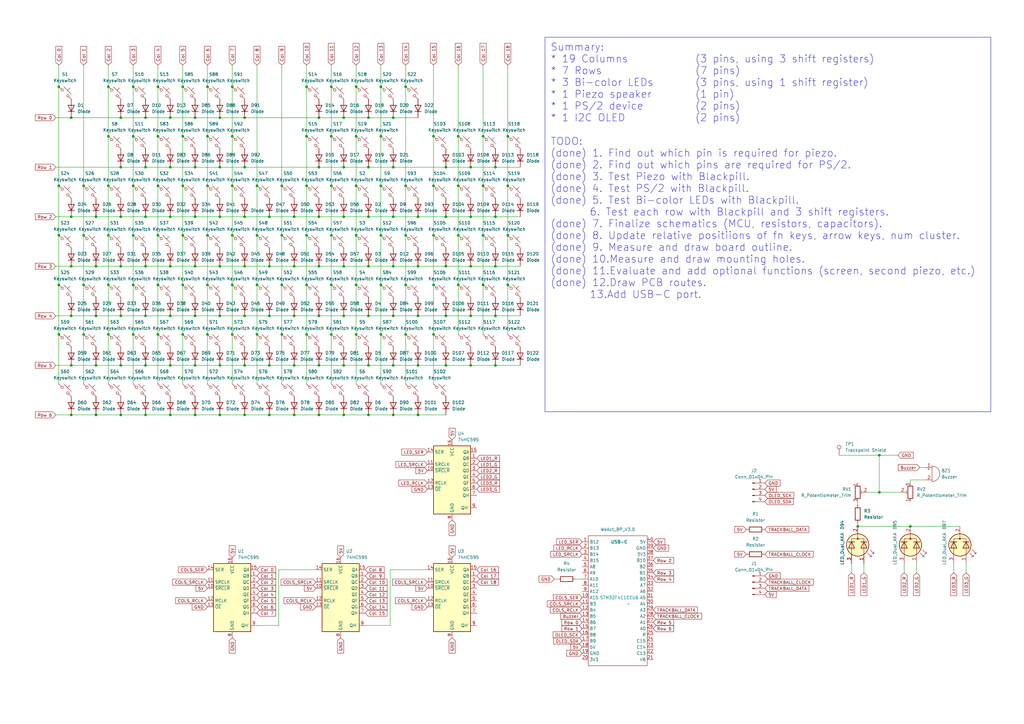
<source format=kicad_sch>
(kicad_sch (version 20230121) (generator eeschema)
  (paper "A3")
  (lib_symbols
    (symbol "74xx:74HC595"
      (property "Reference" "U" (at -7.62 13.97 0))
      (property "Value" "74HC595" (at -7.62 -16.51 0))
      (symbol "74HC595_1_0"
        (pin tri_state line (at 10.16 7.62 180) (length 2.54) (name "QB") (number "1"))
        (pin input line (at -10.16 2.54 0) (length 2.54) (name "~{SRCLR}") (number "10"))
        (pin input line (at -10.16 5.08 0) (length 2.54) (name "SRCLK") (number "11"))
        (pin input line (at -10.16 -2.54 0) (length 2.54) (name "RCLK") (number "12"))
        (pin input line (at -10.16 -5.08 0) (length 2.54) (name "~{OE}") (number "13"))
        (pin input line (at -10.16 10.16 0) (length 2.54) (name "SER") (number "14"))
        (pin tri_state line (at 10.16 10.16 180) (length 2.54) (name "QA") (number "15"))
        (pin power_in line (at 0 15.24 270) (length 2.54) (name "VCC") (number "16"))
        (pin tri_state line (at 10.16 5.08 180) (length 2.54) (name "QC") (number "2"))
        (pin tri_state line (at 10.16 2.54 180) (length 2.54) (name "QD") (number "3"))
        (pin tri_state line (at 10.16 0 180) (length 2.54) (name "QE") (number "4"))
        (pin tri_state line (at 10.16 -2.54 180) (length 2.54) (name "QF") (number "5"))
        (pin tri_state line (at 10.16 -5.08 180) (length 2.54) (name "QG") (number "6"))
        (pin tri_state line (at 10.16 -7.62 180) (length 2.54) (name "QH") (number "7"))
        (pin power_in line (at 0 -17.78 90) (length 2.54) (name "GND") (number "8"))
        (pin output line (at 10.16 -12.7 180) (length 2.54) (name "QH'") (number "9"))
      )
    )
    (symbol "BFB:WeAct_Blackpill_V3.0_STM32F411CEU6"
      (property "Reference" "WeAct_BP_V3.0" (at -0.635 30.48 0))
      (property "Value" "~" (at 3.81 0 0))
      (symbol "WeAct_Blackpill_V3.0_STM32F411CEU6_1_1"
        (text "STM32F411CEU6" (at 0 2.54 0) (effects (font (size 1.27 1.27))))
        (text "USB-C" (at 0 25.4 0) (effects (font (size 1.27 1.27) bold)))
        (pin bidirectional line (at -15.24 25.4 0) (length 2.54) (name "B12") (number "1"))
        (pin bidirectional line (at -15.24 2.54 0) (length 2.54) (name "A15") (number "10"))
        (pin bidirectional line (at -15.24 0 0) (length 2.54) (name "B3") (number "11"))
        (pin bidirectional line (at -15.24 -2.54 0) (length 2.54) (name "B4") (number "12"))
        (pin bidirectional line (at -15.24 -5.08 0) (length 2.54) (name "B5") (number "13"))
        (pin bidirectional line (at -15.24 -7.62 0) (length 2.54) (name "B6") (number "14"))
        (pin bidirectional line (at -15.24 -10.16 0) (length 2.54) (name "B7") (number "15"))
        (pin bidirectional line (at -15.24 -12.7 0) (length 2.54) (name "B8") (number "16"))
        (pin bidirectional line (at -15.24 -15.24 0) (length 2.54) (name "B9") (number "17"))
        (pin bidirectional line (at -15.24 -17.78 0) (length 2.54) (name "5V") (number "18"))
        (pin bidirectional line (at -15.24 -20.32 0) (length 2.54) (name "GND") (number "19"))
        (pin bidirectional line (at -15.24 22.86 0) (length 2.54) (name "B13") (number "2"))
        (pin bidirectional line (at -15.24 -22.86 0) (length 2.54) (name "3V3") (number "20"))
        (pin bidirectional line (at 13.97 -22.86 180) (length 2.54) (name "VB") (number "21"))
        (pin bidirectional line (at 13.97 -20.32 180) (length 2.54) (name "C13") (number "22"))
        (pin bidirectional line (at 13.97 -17.78 180) (length 2.54) (name "C14") (number "23"))
        (pin bidirectional line (at 13.97 -15.24 180) (length 2.54) (name "C15") (number "24"))
        (pin bidirectional line (at 13.97 -12.7 180) (length 2.54) (name "R") (number "25"))
        (pin bidirectional line (at 13.97 -10.16 180) (length 2.54) (name "A0") (number "26"))
        (pin bidirectional line (at 13.97 -7.62 180) (length 2.54) (name "A1") (number "27"))
        (pin bidirectional line (at 13.97 -5.08 180) (length 2.54) (name "A2") (number "28"))
        (pin bidirectional line (at 13.97 -2.54 180) (length 2.54) (name "A3") (number "29"))
        (pin bidirectional line (at -15.24 20.32 0) (length 2.54) (name "B14") (number "3"))
        (pin bidirectional line (at 13.97 0 180) (length 2.54) (name "A4") (number "30"))
        (pin bidirectional line (at 13.97 2.54 180) (length 2.54) (name "A5") (number "31"))
        (pin bidirectional line (at 13.97 5.08 180) (length 2.54) (name "A6") (number "32"))
        (pin bidirectional line (at 13.97 7.62 180) (length 2.54) (name "A7") (number "33"))
        (pin bidirectional line (at 13.97 10.16 180) (length 2.54) (name "B0") (number "34"))
        (pin bidirectional line (at 13.97 12.7 180) (length 2.54) (name "B1") (number "35"))
        (pin bidirectional line (at 13.97 15.24 180) (length 2.54) (name "B2") (number "36"))
        (pin bidirectional line (at 13.97 17.78 180) (length 2.54) (name "B10") (number "37"))
        (pin bidirectional line (at 13.97 20.32 180) (length 2.54) (name "3V3") (number "38"))
        (pin bidirectional line (at 13.97 22.86 180) (length 2.54) (name "GND") (number "39"))
        (pin bidirectional line (at -15.24 17.78 0) (length 2.54) (name "B15") (number "4"))
        (pin bidirectional line (at 13.97 25.4 180) (length 2.54) (name "5V") (number "40"))
        (pin bidirectional line (at -15.24 15.24 0) (length 2.54) (name "A8") (number "5"))
        (pin bidirectional line (at -15.24 12.7 0) (length 2.54) (name "A9") (number "6"))
        (pin bidirectional line (at -15.24 10.16 0) (length 2.54) (name "A10") (number "7"))
        (pin bidirectional line (at -15.24 7.62 0) (length 2.54) (name "A11") (number "8"))
        (pin bidirectional line (at -15.24 5.08 0) (length 2.54) (name "A12") (number "9"))
      )
    )
    (symbol "Connector:Conn_01x04_Pin" (pin_names (offset 1.016) hide)
      (property "Reference" "J" (at 0 5.08 0))
      (property "Value" "Conn_01x04_Pin" (at 0 -7.62 0))
      (symbol "Conn_01x04_Pin_1_1"
        (pin passive line (at 5.08 2.54 180) (length 3.81) (name "Pin_1") (number "1"))
        (pin passive line (at 5.08 0 180) (length 3.81) (name "Pin_2") (number "2"))
        (pin passive line (at 5.08 -2.54 180) (length 3.81) (name "Pin_3") (number "3"))
        (pin passive line (at 5.08 -5.08 180) (length 3.81) (name "Pin_4") (number "4"))
      )
    )
    (symbol "Connector:TestPoint" (pin_numbers hide) (pin_names (offset 0.762) hide)
      (property "Reference" "TP" (at 0 6.858 0))
      (property "Value" "TestPoint" (at 0 5.08 0))
      (symbol "TestPoint_1_1"
        (pin passive line (at 0 0 90) (length 2.54) (name "1") (number "1"))
      )
    )
    (symbol "Device:Buzzer" (pin_names (offset 0.0254) hide)
      (property "Reference" "BZ" (at 3.81 1.27 0))
      (property "Value" "Buzzer" (at 3.81 -1.27 0))
      (symbol "Buzzer_1_1"
        (pin passive line (at -2.54 2.54 0) (length 2.54) (name "-") (number "1"))
        (pin passive line (at -2.54 -2.54 0) (length 2.54) (name "+") (number "2"))
      )
    )
    (symbol "Device:LED_Dual_AKA" (pin_names (offset 0) hide)
      (property "Reference" "D" (at 0 5.715 0))
      (property "Value" "LED_Dual_AKA" (at 0 -6.35 0))
      (symbol "LED_Dual_AKA_1_1"
        (pin input line (at 7.62 2.54 180) (length 3.81) (name "A1") (number "1"))
        (pin input line (at -7.62 0 0) (length 3.048) (name "K") (number "2"))
        (pin input line (at 7.62 -2.54 180) (length 3.81) (name "A2") (number "3"))
      )
    )
    (symbol "Device:R_Potentiometer_Trim" (pin_names (offset 1.016) hide)
      (property "Reference" "RV" (at -4.445 0 90))
      (property "Value" "R_Potentiometer_Trim" (at -2.54 0 90))
      (symbol "R_Potentiometer_Trim_1_1"
        (pin passive line (at 0 3.81 270) (length 1.27) (name "1") (number "1"))
        (pin passive line (at 3.81 0 180) (length 1.27) (name "2") (number "2"))
        (pin passive line (at 0 -3.81 90) (length 1.27) (name "3") (number "3"))
      )
    )
    (symbol "ScottoKeebs:Placeholder_Diode" (pin_numbers hide) (pin_names hide)
      (property "Reference" "D" (at 0 2.54 0))
      (property "Value" "Diode" (at 0 -2.54 0))
      (symbol "Placeholder_Diode_1_1"
        (pin passive line (at -3.81 0 0) (length 2.54) (name "K") (number "1"))
        (pin passive line (at 3.81 0 180) (length 2.54) (name "A") (number "2"))
      )
    )
    (symbol "ScottoKeebs:Placeholder_Keyswitch" (pin_numbers hide) (pin_names (offset 1.016) hide)
      (property "Reference" "S" (at 3.048 1.016 0))
      (property "Value" "Keyswitch" (at 0 -3.81 0))
      (symbol "Placeholder_Keyswitch_0_1"
        (pin passive line (at -2.54 2.54 0) (length 0) (name "1") (number "1"))
        (pin passive line (at 2.54 -2.54 180) (length 0) (name "2") (number "2"))
      )
    )
    (symbol "ScottoKeebs:Placeholder_Resistor" (pin_numbers hide) (pin_names (offset 0))
      (property "Reference" "R" (at 0 2.032 0))
      (property "Value" "Resistor" (at 0 -2.54 0))
      (symbol "Placeholder_Resistor_1_1"
        (pin passive line (at -3.81 0 0) (length 1.27) (name "~") (number "1"))
        (pin passive line (at 3.81 0 180) (length 1.27) (name "~") (number "2"))
      )
    )
  )
  (junction (at 95.25 137.16))
  (junction (at 74.93 116.84))
  (junction (at 24.13 116.84))
  (junction (at 203.2 149.86))
  (junction (at 140.97 170.18))
  (junction (at 100.33 109.22))
  (junction (at 44.45 96.52))
  (junction (at 80.01 88.9))
  (junction (at 187.96 116.84))
  (junction (at 146.05 76.2))
  (junction (at 74.93 35.56))
  (junction (at 59.69 68.58))
  (junction (at 135.89 137.16))
  (junction (at 64.77 55.88))
  (junction (at 105.41 76.2))
  (junction (at 156.21 96.52))
  (junction (at 105.41 116.84))
  (junction (at 125.73 35.56))
  (junction (at 80.01 129.54))
  (junction (at 203.2 88.9))
  (junction (at 171.45 149.86))
  (junction (at 208.28 116.84))
  (junction (at 24.13 35.56))
  (junction (at 100.33 48.26))
  (junction (at 187.96 55.88))
  (junction (at 177.8 76.2))
  (junction (at 125.73 55.88))
  (junction (at 130.81 68.58))
  (junction (at 69.85 170.18))
  (junction (at 49.53 170.18))
  (junction (at 161.29 129.54))
  (junction (at 54.61 55.88))
  (junction (at 95.25 35.56))
  (junction (at 156.21 35.56))
  (junction (at 49.53 68.58))
  (junction (at 171.45 109.22))
  (junction (at 166.37 76.2))
  (junction (at 360.68 201.93))
  (junction (at 49.53 129.54))
  (junction (at 54.61 116.84))
  (junction (at 140.97 88.9))
  (junction (at 171.45 170.18))
  (junction (at 193.04 109.22))
  (junction (at 115.57 137.16))
  (junction (at 85.09 137.16))
  (junction (at 151.13 48.26))
  (junction (at 95.25 116.84))
  (junction (at 69.85 88.9))
  (junction (at 193.04 88.9))
  (junction (at 59.69 170.18))
  (junction (at 85.09 96.52))
  (junction (at 90.17 129.54))
  (junction (at 34.29 137.16))
  (junction (at 49.53 109.22))
  (junction (at 34.29 96.52))
  (junction (at 135.89 35.56))
  (junction (at 161.29 109.22))
  (junction (at 182.88 68.58))
  (junction (at 125.73 116.84))
  (junction (at 208.28 55.88))
  (junction (at 120.65 170.18))
  (junction (at 54.61 76.2))
  (junction (at 151.13 129.54))
  (junction (at 125.73 137.16))
  (junction (at 198.12 116.84))
  (junction (at 130.81 48.26))
  (junction (at 193.04 129.54))
  (junction (at 64.77 137.16))
  (junction (at 187.96 96.52))
  (junction (at 208.28 76.2))
  (junction (at 171.45 88.9))
  (junction (at 100.33 129.54))
  (junction (at 182.88 129.54))
  (junction (at 166.37 35.56))
  (junction (at 182.88 149.86))
  (junction (at 100.33 68.58))
  (junction (at 80.01 48.26))
  (junction (at 110.49 88.9))
  (junction (at 105.41 96.52))
  (junction (at 110.49 170.18))
  (junction (at 64.77 116.84))
  (junction (at 182.88 88.9))
  (junction (at 59.69 149.86))
  (junction (at 85.09 35.56))
  (junction (at 161.29 88.9))
  (junction (at 182.88 109.22))
  (junction (at 100.33 170.18))
  (junction (at 90.17 68.58))
  (junction (at 74.93 76.2))
  (junction (at 135.89 55.88))
  (junction (at 59.69 48.26))
  (junction (at 151.13 109.22))
  (junction (at 166.37 137.16))
  (junction (at 151.13 88.9))
  (junction (at 140.97 109.22))
  (junction (at 156.21 76.2))
  (junction (at 373.38 215.9))
  (junction (at 146.05 137.16))
  (junction (at 54.61 96.52))
  (junction (at 177.8 96.52))
  (junction (at 146.05 116.84))
  (junction (at 85.09 76.2))
  (junction (at 80.01 109.22))
  (junction (at 161.29 170.18))
  (junction (at 44.45 116.84))
  (junction (at 39.37 170.18))
  (junction (at 130.81 149.86))
  (junction (at 39.37 149.86))
  (junction (at 69.85 48.26))
  (junction (at 115.57 116.84))
  (junction (at 120.65 109.22))
  (junction (at 39.37 109.22))
  (junction (at 140.97 68.58))
  (junction (at 90.17 48.26))
  (junction (at 29.21 88.9))
  (junction (at 115.57 96.52))
  (junction (at 110.49 129.54))
  (junction (at 203.2 68.58))
  (junction (at 69.85 129.54))
  (junction (at 85.09 55.88))
  (junction (at 130.81 109.22))
  (junction (at 177.8 116.84))
  (junction (at 166.37 116.84))
  (junction (at 130.81 129.54))
  (junction (at 95.25 55.88))
  (junction (at 64.77 76.2))
  (junction (at 69.85 68.58))
  (junction (at 140.97 129.54))
  (junction (at 69.85 109.22))
  (junction (at 125.73 96.52))
  (junction (at 120.65 149.86))
  (junction (at 125.73 76.2))
  (junction (at 44.45 137.16))
  (junction (at 24.13 76.2))
  (junction (at 29.21 170.18))
  (junction (at 29.21 149.86))
  (junction (at 161.29 48.26))
  (junction (at 130.81 88.9))
  (junction (at 39.37 129.54))
  (junction (at 151.13 170.18))
  (junction (at 140.97 149.86))
  (junction (at 80.01 68.58))
  (junction (at 54.61 35.56))
  (junction (at 34.29 76.2))
  (junction (at 44.45 76.2))
  (junction (at 90.17 149.86))
  (junction (at 100.33 149.86))
  (junction (at 193.04 149.86))
  (junction (at 146.05 96.52))
  (junction (at 90.17 88.9))
  (junction (at 80.01 149.86))
  (junction (at 59.69 109.22))
  (junction (at 110.49 149.86))
  (junction (at 95.25 96.52))
  (junction (at 49.53 149.86))
  (junction (at 44.45 35.56))
  (junction (at 59.69 88.9))
  (junction (at 64.77 96.52))
  (junction (at 120.65 88.9))
  (junction (at 203.2 129.54))
  (junction (at 198.12 96.52))
  (junction (at 49.53 88.9))
  (junction (at 156.21 137.16))
  (junction (at 54.61 137.16))
  (junction (at 146.05 55.88))
  (junction (at 135.89 76.2))
  (junction (at 44.45 55.88))
  (junction (at 135.89 96.52))
  (junction (at 120.65 129.54))
  (junction (at 161.29 68.58))
  (junction (at 95.25 76.2))
  (junction (at 177.8 55.88))
  (junction (at 135.89 116.84))
  (junction (at 80.01 170.18))
  (junction (at 29.21 129.54))
  (junction (at 90.17 170.18))
  (junction (at 24.13 137.16))
  (junction (at 39.37 88.9))
  (junction (at 105.41 137.16))
  (junction (at 74.93 137.16))
  (junction (at 100.33 88.9))
  (junction (at 140.97 48.26))
  (junction (at 166.37 96.52))
  (junction (at 151.13 149.86))
  (junction (at 69.85 149.86))
  (junction (at 64.77 35.56))
  (junction (at 74.93 96.52))
  (junction (at 90.17 109.22))
  (junction (at 146.05 35.56))
  (junction (at 110.49 109.22))
  (junction (at 74.93 55.88))
  (junction (at 177.8 137.16))
  (junction (at 360.68 186.69))
  (junction (at 34.29 116.84))
  (junction (at 49.53 48.26))
  (junction (at 193.04 68.58))
  (junction (at 156.21 55.88))
  (junction (at 115.57 76.2))
  (junction (at 161.29 149.86))
  (junction (at 24.13 96.52))
  (junction (at 151.13 68.58))
  (junction (at 59.69 129.54))
  (junction (at 130.81 170.18))
  (junction (at 171.45 129.54))
  (junction (at 29.21 109.22))
  (junction (at 351.79 215.9))
  (junction (at 198.12 76.2))
  (junction (at 187.96 76.2))
  (junction (at 156.21 116.84))
  (junction (at 198.12 55.88))
  (junction (at 208.28 96.52))
  (junction (at 85.09 116.84))
  (junction (at 29.21 48.26))
  (junction (at 203.2 109.22))
  (wire (pts (xy 208.28 96.52) (xy 208.28 116.84)))
  (wire (pts (xy 135.89 76.2) (xy 135.89 96.52)))
  (wire (pts (xy 29.21 109.22) (xy 39.37 109.22)))
  (wire (pts (xy 24.13 76.2) (xy 24.13 96.52)))
  (wire (pts (xy 146.05 55.88) (xy 146.05 76.2)))
  (wire (pts (xy 360.68 186.69) (xy 360.68 201.93)))
  (wire (pts (xy 95.25 96.52) (xy 95.25 116.84)))
  (wire (pts (xy 193.04 149.86) (xy 203.2 149.86)))
  (wire (pts (xy 198.12 116.84) (xy 198.12 137.16)))
  (wire (pts (xy 140.97 109.22) (xy 151.13 109.22)))
  (wire (pts (xy 187.96 26.67) (xy 187.96 55.88)))
  (wire (pts (xy 95.25 76.2) (xy 95.25 96.52)))
  (wire (pts (xy 203.2 149.86) (xy 213.36 149.86)))
  (wire (pts (xy 110.49 170.18) (xy 120.65 170.18)))
  (wire (pts (xy 39.37 170.18) (xy 49.53 170.18)))
  (wire (pts (xy 198.12 55.88) (xy 198.12 76.2)))
  (wire (pts (xy 49.53 129.54) (xy 59.69 129.54)))
  (wire (pts (xy 22.86 68.58) (xy 49.53 68.58)))
  (wire (pts (xy 34.29 137.16) (xy 34.29 157.48)))
  (wire (pts (xy 80.01 48.26) (xy 90.17 48.26)))
  (wire (pts (xy 95.25 55.88) (xy 95.25 76.2)))
  (wire (pts (xy 105.41 96.52) (xy 105.41 116.84)))
  (wire (pts (xy 29.21 48.26) (xy 49.53 48.26)))
  (wire (pts (xy 171.45 149.86) (xy 182.88 149.86)))
  (wire (pts (xy 105.41 26.67) (xy 105.41 76.2)))
  (wire (pts (xy 125.73 96.52) (xy 125.73 116.84)))
  (wire (pts (xy 208.28 55.88) (xy 208.28 76.2)))
  (wire (pts (xy 120.65 149.86) (xy 130.81 149.86)))
  (wire (pts (xy 160.02 233.68) (xy 175.26 233.68)))
  (wire (pts (xy 166.37 26.67) (xy 166.37 35.56)))
  (wire (pts (xy 22.86 48.26) (xy 29.21 48.26)))
  (wire (pts (xy 105.41 137.16) (xy 105.41 157.48)))
  (wire (pts (xy 177.8 55.88) (xy 177.8 76.2)))
  (wire (pts (xy 64.77 55.88) (xy 64.77 76.2)))
  (wire (pts (xy 64.77 26.67) (xy 64.77 35.56)))
  (wire (pts (xy 74.93 76.2) (xy 74.93 96.52)))
  (wire (pts (xy 354.33 234.95) (xy 354.33 231.14)))
  (wire (pts (xy 140.97 149.86) (xy 151.13 149.86)))
  (wire (pts (xy 90.17 109.22) (xy 100.33 109.22)))
  (wire (pts (xy 166.37 116.84) (xy 166.37 137.16)))
  (wire (pts (xy 44.45 96.52) (xy 44.45 116.84)))
  (wire (pts (xy 193.04 129.54) (xy 203.2 129.54)))
  (wire (pts (xy 80.01 129.54) (xy 90.17 129.54)))
  (wire (pts (xy 74.93 26.67) (xy 74.93 35.56)))
  (wire (pts (xy 177.8 137.16) (xy 177.8 157.48)))
  (wire (pts (xy 171.45 170.18) (xy 182.88 170.18)))
  (wire (pts (xy 22.86 170.18) (xy 29.21 170.18)))
  (wire (pts (xy 203.2 129.54) (xy 213.36 129.54)))
  (wire (pts (xy 177.8 96.52) (xy 177.8 116.84)))
  (wire (pts (xy 85.09 76.2) (xy 85.09 96.52)))
  (wire (pts (xy 64.77 76.2) (xy 64.77 96.52)))
  (wire (pts (xy 156.21 76.2) (xy 156.21 96.52)))
  (wire (pts (xy 95.25 137.16) (xy 95.25 157.48)))
  (wire (pts (xy 34.29 26.67) (xy 34.29 76.2)))
  (wire (pts (xy 39.37 129.54) (xy 49.53 129.54)))
  (wire (pts (xy 375.92 234.95) (xy 375.92 231.14)))
  (wire (pts (xy 100.33 88.9) (xy 110.49 88.9)))
  (wire (pts (xy 100.33 170.18) (xy 110.49 170.18)))
  (wire (pts (xy 74.93 116.84) (xy 74.93 137.16)))
  (wire (pts (xy 135.89 116.84) (xy 135.89 137.16)))
  (wire (pts (xy 85.09 116.84) (xy 85.09 137.16)))
  (wire (pts (xy 59.69 88.9) (xy 69.85 88.9)))
  (wire (pts (xy 156.21 35.56) (xy 156.21 55.88)))
  (wire (pts (xy 110.49 109.22) (xy 120.65 109.22)))
  (wire (pts (xy 391.16 234.95) (xy 391.16 231.14)))
  (wire (pts (xy 130.81 170.18) (xy 140.97 170.18)))
  (wire (pts (xy 74.93 55.88) (xy 74.93 76.2)))
  (wire (pts (xy 236.22 237.49) (xy 238.76 237.49)))
  (wire (pts (xy 59.69 129.54) (xy 69.85 129.54)))
  (wire (pts (xy 24.13 96.52) (xy 24.13 116.84)))
  (wire (pts (xy 90.17 88.9) (xy 100.33 88.9)))
  (wire (pts (xy 100.33 149.86) (xy 110.49 149.86)))
  (wire (pts (xy 54.61 96.52) (xy 54.61 116.84)))
  (wire (pts (xy 208.28 26.67) (xy 208.28 55.88)))
  (wire (pts (xy 44.45 55.88) (xy 44.45 76.2)))
  (wire (pts (xy 59.69 109.22) (xy 69.85 109.22)))
  (wire (pts (xy 24.13 116.84) (xy 24.13 137.16)))
  (wire (pts (xy 360.68 201.93) (xy 369.57 201.93)))
  (wire (pts (xy 161.29 149.86) (xy 171.45 149.86)))
  (wire (pts (xy 344.17 186.69) (xy 360.68 186.69)))
  (wire (pts (xy 85.09 26.67) (xy 85.09 35.56)))
  (wire (pts (xy 198.12 26.67) (xy 198.12 55.88)))
  (wire (pts (xy 100.33 129.54) (xy 110.49 129.54)))
  (wire (pts (xy 130.81 48.26) (xy 140.97 48.26)))
  (wire (pts (xy 177.8 26.67) (xy 177.8 55.88)))
  (wire (pts (xy 105.41 256.54) (xy 114.3 256.54)))
  (wire (pts (xy 351.79 215.9) (xy 373.38 215.9)))
  (wire (pts (xy 69.85 68.58) (xy 80.01 68.58)))
  (wire (pts (xy 370.84 234.95) (xy 370.84 231.14)))
  (wire (pts (xy 125.73 76.2) (xy 125.73 55.88)))
  (wire (pts (xy 151.13 129.54) (xy 161.29 129.54)))
  (wire (pts (xy 44.45 137.16) (xy 44.45 157.48)))
  (wire (pts (xy 80.01 109.22) (xy 90.17 109.22)))
  (wire (pts (xy 151.13 68.58) (xy 161.29 68.58)))
  (wire (pts (xy 114.3 233.68) (xy 129.54 233.68)))
  (wire (pts (xy 208.28 76.2) (xy 208.28 96.52)))
  (wire (pts (xy 80.01 68.58) (xy 90.17 68.58)))
  (wire (pts (xy 151.13 48.26) (xy 161.29 48.26)))
  (wire (pts (xy 368.3 186.69) (xy 360.68 186.69)))
  (wire (pts (xy 54.61 26.67) (xy 54.61 35.56)))
  (wire (pts (xy 64.77 96.52) (xy 64.77 116.84)))
  (wire (pts (xy 64.77 35.56) (xy 64.77 55.88)))
  (wire (pts (xy 115.57 76.2) (xy 115.57 96.52)))
  (wire (pts (xy 130.81 68.58) (xy 140.97 68.58)))
  (wire (pts (xy 146.05 26.67) (xy 146.05 35.56)))
  (wire (pts (xy 140.97 48.26) (xy 151.13 48.26)))
  (wire (pts (xy 105.41 116.84) (xy 105.41 137.16)))
  (wire (pts (xy 187.96 76.2) (xy 187.96 96.52)))
  (wire (pts (xy 22.86 88.9) (xy 29.21 88.9)))
  (wire (pts (xy 49.53 88.9) (xy 59.69 88.9)))
  (wire (pts (xy 140.97 129.54) (xy 151.13 129.54)))
  (wire (pts (xy 114.3 256.54) (xy 114.3 233.68)))
  (wire (pts (xy 22.86 109.22) (xy 29.21 109.22)))
  (wire (pts (xy 213.36 68.58) (xy 203.2 68.58)))
  (wire (pts (xy 69.85 109.22) (xy 80.01 109.22)))
  (wire (pts (xy 22.86 129.54) (xy 29.21 129.54)))
  (wire (pts (xy 34.29 76.2) (xy 34.29 96.52)))
  (wire (pts (xy 69.85 129.54) (xy 80.01 129.54)))
  (wire (pts (xy 171.45 109.22) (xy 182.88 109.22)))
  (wire (pts (xy 193.04 68.58) (xy 182.88 68.58)))
  (wire (pts (xy 187.96 76.2) (xy 187.96 55.88)))
  (wire (pts (xy 125.73 76.2) (xy 125.73 96.52)))
  (wire (pts (xy 59.69 149.86) (xy 69.85 149.86)))
  (wire (pts (xy 351.79 205.74) (xy 351.79 207.01)))
  (wire (pts (xy 377.19 191.77) (xy 379.73 191.77)))
  (wire (pts (xy 135.89 137.16) (xy 135.89 157.48)))
  (wire (pts (xy 198.12 76.2) (xy 198.12 96.52)))
  (wire (pts (xy 80.01 149.86) (xy 90.17 149.86)))
  (wire (pts (xy 80.01 88.9) (xy 90.17 88.9)))
  (wire (pts (xy 146.05 137.16) (xy 146.05 157.48)))
  (wire (pts (xy 182.88 129.54) (xy 193.04 129.54)))
  (wire (pts (xy 85.09 137.16) (xy 85.09 157.48)))
  (wire (pts (xy 151.13 149.86) (xy 161.29 149.86)))
  (wire (pts (xy 161.29 68.58) (xy 182.88 68.58)))
  (wire (pts (xy 49.53 149.86) (xy 59.69 149.86)))
  (wire (pts (xy 90.17 149.86) (xy 100.33 149.86)))
  (wire (pts (xy 208.28 116.84) (xy 208.28 137.16)))
  (wire (pts (xy 115.57 26.67) (xy 115.57 76.2)))
  (wire (pts (xy 95.25 35.56) (xy 95.25 55.88)))
  (wire (pts (xy 59.69 48.26) (xy 69.85 48.26)))
  (wire (pts (xy 29.21 170.18) (xy 39.37 170.18)))
  (wire (pts (xy 100.33 109.22) (xy 110.49 109.22)))
  (wire (pts (xy 193.04 88.9) (xy 203.2 88.9)))
  (wire (pts (xy 349.25 231.14) (xy 349.25 234.95)))
  (wire (pts (xy 39.37 109.22) (xy 49.53 109.22)))
  (wire (pts (xy 29.21 88.9) (xy 39.37 88.9)))
  (wire (pts (xy 182.88 149.86) (xy 193.04 149.86)))
  (wire (pts (xy 64.77 116.84) (xy 64.77 137.16)))
  (wire (pts (xy 74.93 137.16) (xy 74.93 157.48)))
  (wire (pts (xy 396.24 234.95) (xy 396.24 231.14)))
  (wire (pts (xy 49.53 170.18) (xy 59.69 170.18)))
  (wire (pts (xy 24.13 35.56) (xy 24.13 76.2)))
  (wire (pts (xy 85.09 35.56) (xy 85.09 55.88)))
  (wire (pts (xy 115.57 116.84) (xy 115.57 137.16)))
  (wire (pts (xy 69.85 88.9) (xy 80.01 88.9)))
  (wire (pts (xy 24.13 26.67) (xy 24.13 35.56)))
  (wire (pts (xy 54.61 55.88) (xy 54.61 76.2)))
  (wire (pts (xy 193.04 109.22) (xy 203.2 109.22)))
  (wire (pts (xy 90.17 129.54) (xy 100.33 129.54)))
  (wire (pts (xy 125.73 26.67) (xy 125.73 35.56)))
  (wire (pts (xy 120.65 170.18) (xy 130.81 170.18)))
  (wire (pts (xy 171.45 129.54) (xy 182.88 129.54)))
  (wire (pts (xy 54.61 76.2) (xy 54.61 96.52)))
  (wire (pts (xy 49.53 48.26) (xy 59.69 48.26)))
  (wire (pts (xy 95.25 26.67) (xy 95.25 35.56)))
  (wire (pts (xy 146.05 76.2) (xy 146.05 96.52)))
  (wire (pts (xy 166.37 76.2) (xy 166.37 35.56)))
  (wire (pts (xy 171.45 88.9) (xy 182.88 88.9)))
  (wire (pts (xy 100.33 68.58) (xy 130.81 68.58)))
  (wire (pts (xy 146.05 96.52) (xy 146.05 116.84)))
  (wire (pts (xy 120.65 88.9) (xy 130.81 88.9)))
  (wire (pts (xy 166.37 96.52) (xy 166.37 76.2)))
  (wire (pts (xy 203.2 88.9) (xy 213.36 88.9)))
  (wire (pts (xy 156.21 96.52) (xy 156.21 116.84)))
  (wire (pts (xy 355.6 201.93) (xy 360.68 201.93)))
  (wire (pts (xy 120.65 109.22) (xy 130.81 109.22)))
  (wire (pts (xy 140.97 170.18) (xy 151.13 170.18)))
  (wire (pts (xy 44.45 116.84) (xy 44.45 137.16)))
  (wire (pts (xy 182.88 88.9) (xy 193.04 88.9)))
  (wire (pts (xy 95.25 116.84) (xy 95.25 137.16)))
  (wire (pts (xy 156.21 55.88) (xy 156.21 76.2)))
  (wire (pts (xy 373.38 215.9) (xy 393.7 215.9)))
  (wire (pts (xy 85.09 55.88) (xy 85.09 76.2)))
  (wire (pts (xy 156.21 157.48) (xy 156.21 137.16)))
  (wire (pts (xy 146.05 116.84) (xy 146.05 137.16)))
  (wire (pts (xy 151.13 109.22) (xy 161.29 109.22)))
  (wire (pts (xy 54.61 116.84) (xy 54.61 137.16)))
  (wire (pts (xy 130.81 88.9) (xy 140.97 88.9)))
  (wire (pts (xy 125.73 35.56) (xy 125.73 55.88)))
  (wire (pts (xy 166.37 137.16) (xy 166.37 157.48)))
  (wire (pts (xy 198.12 96.52) (xy 198.12 116.84)))
  (wire (pts (xy 351.79 214.63) (xy 351.79 215.9)))
  (wire (pts (xy 90.17 68.58) (xy 100.33 68.58)))
  (wire (pts (xy 110.49 149.86) (xy 120.65 149.86)))
  (wire (pts (xy 130.81 129.54) (xy 140.97 129.54)))
  (wire (pts (xy 54.61 137.16) (xy 54.61 157.48)))
  (wire (pts (xy 74.93 35.56) (xy 74.93 55.88)))
  (wire (pts (xy 90.17 170.18) (xy 100.33 170.18)))
  (wire (pts (xy 115.57 96.52) (xy 115.57 116.84)))
  (wire (pts (xy 373.38 196.85) (xy 373.38 198.12)))
  (wire (pts (xy 90.17 48.26) (xy 100.33 48.26)))
  (wire (pts (xy 59.69 68.58) (xy 69.85 68.58)))
  (wire (pts (xy 59.69 170.18) (xy 69.85 170.18)))
  (wire (pts (xy 130.81 149.86) (xy 140.97 149.86)))
  (wire (pts (xy 177.8 116.84) (xy 177.8 137.16)))
  (wire (pts (xy 161.29 48.26) (xy 171.45 48.26)))
  (wire (pts (xy 110.49 129.54) (xy 120.65 129.54)))
  (wire (pts (xy 135.89 35.56) (xy 135.89 55.88)))
  (wire (pts (xy 44.45 76.2) (xy 44.45 96.52)))
  (wire (pts (xy 135.89 55.88) (xy 135.89 76.2)))
  (wire (pts (xy 213.36 109.22) (xy 203.2 109.22)))
  (wire (pts (xy 44.45 26.67) (xy 44.45 35.56)))
  (wire (pts (xy 49.53 68.58) (xy 59.69 68.58)))
  (wire (pts (xy 69.85 48.26) (xy 80.01 48.26)))
  (wire (pts (xy 130.81 109.22) (xy 140.97 109.22)))
  (wire (pts (xy 140.97 88.9) (xy 151.13 88.9)))
  (wire (pts (xy 140.97 68.58) (xy 151.13 68.58)))
  (wire (pts (xy 227.33 237.49) (xy 228.6 237.49)))
  (wire (pts (xy 125.73 137.16) (xy 125.73 157.48)))
  (wire (pts (xy 166.37 116.84) (xy 166.37 96.52)))
  (wire (pts (xy 44.45 35.56) (xy 44.45 55.88)))
  (wire (pts (xy 161.29 129.54) (xy 171.45 129.54)))
  (wire (pts (xy 105.41 76.2) (xy 105.41 96.52)))
  (wire (pts (xy 24.13 137.16) (xy 24.13 157.48)))
  (wire (pts (xy 177.8 76.2) (xy 177.8 96.52)))
  (wire (pts (xy 156.21 116.84) (xy 156.21 137.16)))
  (wire (pts (xy 187.96 116.84) (xy 187.96 137.16)))
  (wire (pts (xy 54.61 35.56) (xy 54.61 55.88)))
  (wire (pts (xy 110.49 88.9) (xy 120.65 88.9)))
  (wire (pts (xy 34.29 96.52) (xy 34.29 116.84)))
  (wire (pts (xy 22.86 149.86) (xy 29.21 149.86)))
  (wire (pts (xy 115.57 137.16) (xy 115.57 157.48)))
  (wire (pts (xy 182.88 109.22) (xy 193.04 109.22)))
  (wire (pts (xy 151.13 88.9) (xy 161.29 88.9)))
  (wire (pts (xy 80.01 170.18) (xy 90.17 170.18)))
  (wire (pts (xy 203.2 68.58) (xy 193.04 68.58)))
  (wire (pts (xy 74.93 96.52) (xy 74.93 116.84)))
  (wire (pts (xy 34.29 116.84) (xy 34.29 137.16)))
  (wire (pts (xy 69.85 149.86) (xy 80.01 149.86)))
  (wire (pts (xy 146.05 35.56) (xy 146.05 55.88)))
  (wire (pts (xy 187.96 96.52) (xy 187.96 116.84)))
  (wire (pts (xy 85.09 96.52) (xy 85.09 116.84)))
  (wire (pts (xy 161.29 170.18) (xy 171.45 170.18)))
  (wire (pts (xy 135.89 26.67) (xy 135.89 35.56)))
  (wire (pts (xy 135.89 96.52) (xy 135.89 116.84)))
  (wire (pts (xy 29.21 129.54) (xy 39.37 129.54)))
  (wire (pts (xy 39.37 88.9) (xy 49.53 88.9)))
  (wire (pts (xy 149.86 256.54) (xy 160.02 256.54)))
  (wire (pts (xy 64.77 137.16) (xy 64.77 157.48)))
  (wire (pts (xy 156.21 26.67) (xy 156.21 35.56)))
  (wire (pts (xy 29.21 149.86) (xy 39.37 149.86)))
  (wire (pts (xy 160.02 256.54) (xy 160.02 233.68)))
  (wire (pts (xy 151.13 170.18) (xy 161.29 170.18)))
  (wire (pts (xy 125.73 116.84) (xy 125.73 137.16)))
  (wire (pts (xy 100.33 48.26) (xy 130.81 48.26)))
  (wire (pts (xy 39.37 149.86) (xy 49.53 149.86)))
  (wire (pts (xy 49.53 109.22) (xy 59.69 109.22)))
  (wire (pts (xy 69.85 170.18) (xy 80.01 170.18)))
  (wire (pts (xy 379.73 196.85) (xy 373.38 196.85)))
  (wire (pts (xy 161.29 88.9) (xy 171.45 88.9)))
  (wire (pts (xy 161.29 109.22) (xy 171.45 109.22)))
  (wire (pts (xy 120.65 129.54) (xy 130.81 129.54)))
  (text_box "Summary:\n* 19 Columns		(3 pins, using 3 shift registers)\n* 7 Rows			(7 pins)\n* 3 Bi-color LEDs	(3 pins, using 1 shift register)\n* 1 Piezo speaker	(1 pin)\n* 1 PS/2 device		(2 pins)\n* 1 I2C OLED		(2 pins)\n\nTODO:\n(done) 1. Find out which pin is required for piezo.\n(done) 2. Find out which pins are required for PS/2.\n(done) 3. Test Piezo with Blackpill.\n(done) 4. Test PS/2 with Blackpill.\n(done) 5. Test Bi-color LEDs with Blackpill.\n       6. Test each row with Blackpill and 3 shift registers.\n(done) 7. Finalize schematics (MCU, resistors, capacitors).\n(done) 8. Update relative positiions of fn keys, arrow keys, num cluster.\n(done) 9. Measure and draw board outline.\n(done) 10.Measure and draw mounting holes.\n(done) 11.Evaluate and add optional functions (screen, second piezo, etc.)\n(done) 12.Draw PCB routes.\n       13.Add USB-C port." (at 223.52 15.24 0) (size 182.88 153.67) (effects (font (size 3 3)) (justify left top)))
  (global_label "Col 5" (shape input) (at 105.41 246.38 0) (property "Intersheetrefs" "${INTERSHEET_REFS}" (effects hide)))
  (global_label "OLED_SCK" (shape input) (at 238.76 260.35 180) (property "Intersheetrefs" "${INTERSHEET_REFS}" (effects hide)))
  (global_label "GND" (shape input) (at 185.42 213.36 270) (property "Intersheetrefs" "${INTERSHEET_REFS}" (effects hide)))
  (global_label "Col 13" (shape input) (at 156.21 26.67 90) (property "Intersheetrefs" "${INTERSHEET_REFS}" (effects hide)))
  (global_label "COLS_SER" (shape input) (at 85.09 233.68 180) (property "Intersheetrefs" "${INTERSHEET_REFS}" (effects hide)))
  (global_label "LED2_G" (shape input) (at 195.58 195.58 0) (property "Intersheetrefs" "${INTERSHEET_REFS}" (effects hide)))
  (global_label "LED_RCLK" (shape input) (at 175.26 198.12 180) (property "Intersheetrefs" "${INTERSHEET_REFS}" (effects hide)))
  (global_label "Buzzer" (shape input) (at 238.76 252.73 180) (property "Intersheetrefs" "${INTERSHEET_REFS}" (effects hide)))
  (global_label "GND" (shape input) (at 175.26 200.66 180) (property "Intersheetrefs" "${INTERSHEET_REFS}" (effects hide)))
  (global_label "Col 1" (shape input) (at 105.41 236.22 0) (property "Intersheetrefs" "${INTERSHEET_REFS}" (effects hide)))
  (global_label "Col 3" (shape input) (at 54.61 26.67 90) (property "Intersheetrefs" "${INTERSHEET_REFS}" (effects hide)))
  (global_label "Row 2" (shape input) (at 22.86 88.9 180) (property "Intersheetrefs" "${INTERSHEET_REFS}" (effects hide)))
  (global_label "LED_RCLK" (shape input) (at 238.76 224.79 180) (property "Intersheetrefs" "${INTERSHEET_REFS}" (effects hide)))
  (global_label "Col 11" (shape input) (at 135.89 26.67 90) (property "Intersheetrefs" "${INTERSHEET_REFS}" (effects hide)))
  (global_label "Col 10" (shape input) (at 125.73 26.67 90) (property "Intersheetrefs" "${INTERSHEET_REFS}" (effects hide)))
  (global_label "Row 1" (shape input) (at 238.76 257.81 180) (property "Intersheetrefs" "${INTERSHEET_REFS}" (effects hide)))
  (global_label "Row 2" (shape input) (at 267.97 229.87 0) (property "Intersheetrefs" "${INTERSHEET_REFS}" (effects hide)))
  (global_label "LED2_R" (shape input) (at 195.58 193.04 0) (property "Intersheetrefs" "${INTERSHEET_REFS}" (effects hide)))
  (global_label "LED1_G" (shape input) (at 195.58 190.5 0) (property "Intersheetrefs" "${INTERSHEET_REFS}" (effects hide)))
  (global_label "Col 10" (shape input) (at 149.86 238.76 0) (property "Intersheetrefs" "${INTERSHEET_REFS}" (effects hide)))
  (global_label "LED2_G" (shape input) (at 375.92 234.95 270) (property "Intersheetrefs" "${INTERSHEET_REFS}" (effects hide)))
  (global_label "Col 4" (shape input) (at 105.41 243.84 0) (property "Intersheetrefs" "${INTERSHEET_REFS}" (effects hide)))
  (global_label "Col 6" (shape input) (at 85.09 26.67 90) (property "Intersheetrefs" "${INTERSHEET_REFS}" (effects hide)))
  (global_label "Col 13" (shape input) (at 149.86 246.38 0) (property "Intersheetrefs" "${INTERSHEET_REFS}" (effects hide)))
  (global_label "5V" (shape input) (at 306.07 227.33 180) (property "Intersheetrefs" "${INTERSHEET_REFS}" (effects hide)))
  (global_label "LED1_G" (shape input) (at 354.33 234.95 270) (property "Intersheetrefs" "${INTERSHEET_REFS}" (effects hide)))
  (global_label "GND" (shape input) (at 95.25 261.62 270) (property "Intersheetrefs" "${INTERSHEET_REFS}" (effects hide)))
  (global_label "5V" (shape input) (at 129.54 241.3 180) (property "Intersheetrefs" "${INTERSHEET_REFS}" (effects hide)))
  (global_label "LED1_R" (shape input) (at 349.25 234.95 270) (property "Intersheetrefs" "${INTERSHEET_REFS}" (effects hide)))
  (global_label "5V" (shape input) (at 238.76 265.43 180) (property "Intersheetrefs" "${INTERSHEET_REFS}" (effects hide)))
  (global_label "Row 3" (shape input) (at 267.97 234.95 0) (property "Intersheetrefs" "${INTERSHEET_REFS}" (effects hide)))
  (global_label "5V" (shape input) (at 95.25 228.6 90) (property "Intersheetrefs" "${INTERSHEET_REFS}" (effects hide)))
  (global_label "Row 1" (shape input) (at 22.86 68.58 180) (property "Intersheetrefs" "${INTERSHEET_REFS}" (effects hide)))
  (global_label "5V" (shape input) (at 306.07 217.17 180) (property "Intersheetrefs" "${INTERSHEET_REFS}" (effects hide)))
  (global_label "Col 7" (shape input) (at 95.25 26.67 90) (property "Intersheetrefs" "${INTERSHEET_REFS}" (effects hide)))
  (global_label "Col 1" (shape input) (at 34.29 26.67 90) (property "Intersheetrefs" "${INTERSHEET_REFS}" (effects hide)))
  (global_label "TRACKBALL_DATA" (shape input) (at 313.69 241.3 0) (property "Intersheetrefs" "${INTERSHEET_REFS}" (effects hide)))
  (global_label "Col 5" (shape input) (at 74.93 26.67 90) (property "Intersheetrefs" "${INTERSHEET_REFS}" (effects hide)))
  (global_label "Col 12" (shape input) (at 146.05 26.67 90) (property "Intersheetrefs" "${INTERSHEET_REFS}" (effects hide)))
  (global_label "5V" (shape input) (at 175.26 241.3 180) (property "Intersheetrefs" "${INTERSHEET_REFS}" (effects hide)))
  (global_label "TRACKBALL_CLOCK" (shape input) (at 313.69 227.33 0) (property "Intersheetrefs" "${INTERSHEET_REFS}" (effects hide)))
  (global_label "Col 0" (shape input) (at 24.13 26.67 90) (property "Intersheetrefs" "${INTERSHEET_REFS}" (effects hide)))
  (global_label "Row 4" (shape input) (at 22.86 129.54 180) (property "Intersheetrefs" "${INTERSHEET_REFS}" (effects hide)))
  (global_label "OLED_SDA" (shape input) (at 238.76 262.89 180) (property "Intersheetrefs" "${INTERSHEET_REFS}" (effects hide)))
  (global_label "Col 9" (shape input) (at 115.57 26.67 90) (property "Intersheetrefs" "${INTERSHEET_REFS}" (effects hide)))
  (global_label "COLS_SRCLK" (shape input) (at 85.09 238.76 180) (property "Intersheetrefs" "${INTERSHEET_REFS}" (effects hide)))
  (global_label "COLS_RCLK" (shape input) (at 85.09 246.38 180) (property "Intersheetrefs" "${INTERSHEET_REFS}" (effects hide)))
  (global_label "Col 18" (shape input) (at 195.58 238.76 0) (property "Intersheetrefs" "${INTERSHEET_REFS}" (effects hide)))
  (global_label "Col 16" (shape input) (at 195.58 233.68 0) (property "Intersheetrefs" "${INTERSHEET_REFS}" (effects hide)))
  (global_label "COLS_SRCLK" (shape input) (at 175.26 238.76 180) (property "Intersheetrefs" "${INTERSHEET_REFS}" (effects hide)))
  (global_label "Row 0" (shape input) (at 238.76 255.27 180) (property "Intersheetrefs" "${INTERSHEET_REFS}" (effects hide)))
  (global_label "Col 15" (shape input) (at 149.86 251.46 0) (property "Intersheetrefs" "${INTERSHEET_REFS}" (effects hide)))
  (global_label "TRACKBALL_DATA" (shape input) (at 313.69 217.17 0) (property "Intersheetrefs" "${INTERSHEET_REFS}" (effects hide)))
  (global_label "LED1_R" (shape input) (at 195.58 187.96 0) (property "Intersheetrefs" "${INTERSHEET_REFS}" (effects hide)))
  (global_label "Col 12" (shape input) (at 149.86 243.84 0) (property "Intersheetrefs" "${INTERSHEET_REFS}" (effects hide)))
  (global_label "5V" (shape input) (at 267.97 222.25 0) (property "Intersheetrefs" "${INTERSHEET_REFS}" (effects hide)))
  (global_label "GND" (shape input) (at 227.33 237.49 180) (property "Intersheetrefs" "${INTERSHEET_REFS}" (effects hide)))
  (global_label "LED_SER" (shape input) (at 238.76 222.25 180) (property "Intersheetrefs" "${INTERSHEET_REFS}" (effects hide)))
  (global_label "Row 5" (shape input) (at 22.86 149.86 180) (property "Intersheetrefs" "${INTERSHEET_REFS}" (effects hide)))
  (global_label "Col 4" (shape input) (at 64.77 26.67 90) (property "Intersheetrefs" "${INTERSHEET_REFS}" (effects hide)))
  (global_label "Col 14" (shape input) (at 149.86 248.92 0) (property "Intersheetrefs" "${INTERSHEET_REFS}" (effects hide)))
  (global_label "Buzzer" (shape input) (at 377.19 191.77 180) (property "Intersheetrefs" "${INTERSHEET_REFS}" (effects hide)))
  (global_label "Col 2" (shape input) (at 44.45 26.67 90) (property "Intersheetrefs" "${INTERSHEET_REFS}" (effects hide)))
  (global_label "Col 15" (shape input) (at 177.8 26.67 90) (property "Intersheetrefs" "${INTERSHEET_REFS}" (effects hide)))
  (global_label "LED_SRCLK" (shape input) (at 175.26 190.5 180) (property "Intersheetrefs" "${INTERSHEET_REFS}" (effects hide)))
  (global_label "GND" (shape input) (at 267.97 224.79 0) (property "Intersheetrefs" "${INTERSHEET_REFS}" (effects hide)))
  (global_label "COLS_RCLK" (shape input) (at 129.54 246.38 180) (property "Intersheetrefs" "${INTERSHEET_REFS}" (effects hide)))
  (global_label "Col 11" (shape input) (at 149.86 241.3 0) (property "Intersheetrefs" "${INTERSHEET_REFS}" (effects hide)))
  (global_label "GND" (shape input) (at 129.54 248.92 180) (property "Intersheetrefs" "${INTERSHEET_REFS}" (effects hide)))
  (global_label "5V" (shape input) (at 85.09 241.3 180) (property "Intersheetrefs" "${INTERSHEET_REFS}" (effects hide)))
  (global_label "Row 0" (shape input) (at 22.86 48.26 180) (property "Intersheetrefs" "${INTERSHEET_REFS}" (effects hide)))
  (global_label "LED_SRCLK" (shape input) (at 238.76 227.33 180) (property "Intersheetrefs" "${INTERSHEET_REFS}" (effects hide)))
  (global_label "LED3_G" (shape input) (at 195.58 200.66 0) (property "Intersheetrefs" "${INTERSHEET_REFS}" (effects hide)))
  (global_label "Col 8" (shape input) (at 105.41 26.67 90) (property "Intersheetrefs" "${INTERSHEET_REFS}" (effects hide)))
  (global_label "5V" (shape input) (at 139.7 228.6 90) (property "Intersheetrefs" "${INTERSHEET_REFS}" (effects hide)))
  (global_label "Row 6" (shape input) (at 22.86 170.18 180) (property "Intersheetrefs" "${INTERSHEET_REFS}" (effects hide)))
  (global_label "Col 17" (shape input) (at 198.12 26.67 90) (property "Intersheetrefs" "${INTERSHEET_REFS}" (effects hide)))
  (global_label "OLED_SCK" (shape input) (at 313.69 203.2 0) (property "Intersheetrefs" "${INTERSHEET_REFS}" (effects hide)))
  (global_label "Col 8" (shape input) (at 149.86 233.68 0) (property "Intersheetrefs" "${INTERSHEET_REFS}" (effects hide)))
  (global_label "LED2_R" (shape input) (at 370.84 234.95 270) (property "Intersheetrefs" "${INTERSHEET_REFS}" (effects hide)))
  (global_label "GND" (shape input) (at 185.42 261.62 270) (property "Intersheetrefs" "${INTERSHEET_REFS}" (effects hide)))
  (global_label "GND" (shape input) (at 368.3 186.69 0) (property "Intersheetrefs" "${INTERSHEET_REFS}" (effects hide)))
  (global_label "LED_SER" (shape input) (at 175.26 185.42 180) (property "Intersheetrefs" "${INTERSHEET_REFS}" (effects hide)))
  (global_label "COLS_SRCLK" (shape input) (at 129.54 238.76 180) (property "Intersheetrefs" "${INTERSHEET_REFS}" (effects hide)))
  (global_label "COLS_RCLK" (shape input) (at 238.76 250.19 180) (property "Intersheetrefs" "${INTERSHEET_REFS}" (effects hide)))
  (global_label "Col 14" (shape input) (at 166.37 26.67 90) (property "Intersheetrefs" "${INTERSHEET_REFS}" (effects hide)))
  (global_label "Col 2" (shape input) (at 105.41 238.76 0) (property "Intersheetrefs" "${INTERSHEET_REFS}" (effects hide)))
  (global_label "LED3_R" (shape input) (at 195.58 198.12 0) (property "Intersheetrefs" "${INTERSHEET_REFS}" (effects hide)))
  (global_label "COLS_SER" (shape input) (at 238.76 245.11 180) (property "Intersheetrefs" "${INTERSHEET_REFS}" (effects hide)))
  (global_label "Col 17" (shape input) (at 195.58 236.22 0) (property "Intersheetrefs" "${INTERSHEET_REFS}" (effects hide)))
  (global_label "TRACKBALL_CLOCK" (shape input) (at 313.69 238.76 0) (property "Intersheetrefs" "${INTERSHEET_REFS}" (effects hide)))
  (global_label "GND" (shape input) (at 238.76 267.97 180) (property "Intersheetrefs" "${INTERSHEET_REFS}" (effects hide)))
  (global_label "LED3_R" (shape input) (at 391.16 234.95 270) (property "Intersheetrefs" "${INTERSHEET_REFS}" (effects hide)))
  (global_label "GND" (shape input) (at 313.69 198.12 0) (property "Intersheetrefs" "${INTERSHEET_REFS}" (effects hide)))
  (global_label "Col 18" (shape input) (at 208.28 26.67 90) (property "Intersheetrefs" "${INTERSHEET_REFS}" (effects hide)))
  (global_label "5V" (shape input) (at 185.42 180.34 90) (property "Intersheetrefs" "${INTERSHEET_REFS}" (effects hide)))
  (global_label "TRACKBALL_DATA" (shape input) (at 267.97 250.19 0) (property "Intersheetrefs" "${INTERSHEET_REFS}" (effects hide)))
  (global_label "Col 9" (shape input) (at 149.86 236.22 0) (property "Intersheetrefs" "${INTERSHEET_REFS}" (effects hide)))
  (global_label "Col 7" (shape input) (at 105.41 251.46 0) (property "Intersheetrefs" "${INTERSHEET_REFS}" (effects hide)))
  (global_label "GND" (shape input) (at 139.7 261.62 270) (property "Intersheetrefs" "${INTERSHEET_REFS}" (effects hide)))
  (global_label "5V" (shape input) (at 175.26 193.04 180) (property "Intersheetrefs" "${INTERSHEET_REFS}" (effects hide)))
  (global_label "5V" (shape input) (at 313.69 243.84 0) (property "Intersheetrefs" "${INTERSHEET_REFS}" (effects hide)))
  (global_label "Col 16" (shape input) (at 187.96 26.67 90) (property "Intersheetrefs" "${INTERSHEET_REFS}" (effects hide)))
  (global_label "Col 3" (shape input) (at 105.41 241.3 0) (property "Intersheetrefs" "${INTERSHEET_REFS}" (effects hide)))
  (global_label "Row 3" (shape input) (at 22.86 109.22 180) (property "Intersheetrefs" "${INTERSHEET_REFS}" (effects hide)))
  (global_label "TRACKBALL_CLOCK" (shape input) (at 267.97 252.73 0) (property "Intersheetrefs" "${INTERSHEET_REFS}" (effects hide)))
  (global_label "Col 6" (shape input) (at 105.41 248.92 0) (property "Intersheetrefs" "${INTERSHEET_REFS}" (effects hide)))
  (global_label "Row 6" (shape input) (at 267.97 257.81 0) (property "Intersheetrefs" "${INTERSHEET_REFS}" (effects hide)))
  (global_label "GND" (shape input) (at 85.09 248.92 180) (property "Intersheetrefs" "${INTERSHEET_REFS}" (effects hide)))
  (global_label "COLS_SRCLK" (shape input) (at 238.76 247.65 180) (property "Intersheetrefs" "${INTERSHEET_REFS}" (effects hide)))
  (global_label "COLS_RCLK" (shape input) (at 175.26 246.38 180) (property "Intersheetrefs" "${INTERSHEET_REFS}" (effects hide)))
  (global_label "Col 0" (shape input) (at 105.41 233.68 0) (property "Intersheetrefs" "${INTERSHEET_REFS}" (effects hide)))
  (global_label "OLED_SDA" (shape input) (at 313.69 205.74 0) (property "Intersheetrefs" "${INTERSHEET_REFS}" (effects hide)))
  (global_label "LED3_G" (shape input) (at 396.24 234.95 270) (property "Intersheetrefs" "${INTERSHEET_REFS}" (effects hide)))
  (global_label "Row 5" (shape input) (at 267.97 255.27 0) (property "Intersheetrefs" "${INTERSHEET_REFS}" (effects hide)))
  (global_label "GND" (shape input) (at 313.69 236.22 0) (property "Intersheetrefs" "${INTERSHEET_REFS}" (effects hide)))
  (global_label "5V" (shape input) (at 185.42 228.6 90) (property "Intersheetrefs" "${INTERSHEET_REFS}" (effects hide)))
  (global_label "GND" (shape input) (at 175.26 248.92 180) (property "Intersheetrefs" "${INTERSHEET_REFS}" (effects hide)))
  (global_label "5V" (shape input) (at 313.69 200.66 0) (property "Intersheetrefs" "${INTERSHEET_REFS}" (effects hide)))
  (global_label "Row 4" (shape input) (at 267.97 237.49 0) (property "Intersheetrefs" "${INTERSHEET_REFS}" (effects hide)))
  (symbol (lib_id "ScottoKeebs:Placeholder_Diode") (at 69.85 85.09 90) (unit 1)
    (property "Reference" "D32" (at 72.39 83.82 90) (effects (justify right)))
    (property "Value" "Diode" (at 72.39 86.36 90) (effects (justify right)))
    (property "Footprint" "ScottoKeebs_Components:Diode_DO-35" (effects hide))
    (property "Sim.Device" "D" (effects hide))
    (property "Sim.Pins" "1=K 2=A" (effects hide))
  )
  (symbol (lib_id "ScottoKeebs:Placeholder_Diode") (at 80.01 125.73 90) (unit 1)
    (property "Reference" "D40" (at 82.55 124.46 90) (effects (justify right)))
    (property "Value" "Diode" (at 82.55 127 90) (effects (justify right)))
    (property "Footprint" "ScottoKeebs_Components:Diode_DO-35" (effects hide))
    (property "Sim.Device" "D" (effects hide))
    (property "Sim.Pins" "1=K 2=A" (effects hide))
  )
  (symbol (lib_id "ScottoKeebs:Placeholder_Diode") (at 203.2 64.77 90) (unit 1)
    (property "Reference" "D113" (at 205.74 63.5 90) (effects (justify right)))
    (property "Value" "Diode" (at 205.74 66.04 90) (effects (justify right)))
    (property "Footprint" "ScottoKeebs_Components:Diode_DO-35" (effects hide))
    (property "Sim.Device" "D" (effects hide))
    (property "Sim.Pins" "1=K 2=A" (effects hide))
  )
  (symbol (lib_id "ScottoKeebs:Placeholder_Resistor") (at 351.79 210.82 90) (unit 1)
    (property "Reference" "R3" (at 354.33 209.55 90) (effects (justify right)))
    (property "Value" "Resistor" (at 354.33 212.09 90) (effects (justify right)))
    (property "Footprint" "Resistor_THT:R_Axial_DIN0207_L6.3mm_D2.5mm_P10.16mm_Horizontal" (effects hide))
  )
  (symbol (lib_id "ScottoKeebs:Placeholder_Diode") (at 161.29 44.45 90) (unit 1)
    (property "Reference" "D20" (at 163.83 43.18 90) (effects (justify right)))
    (property "Value" "Diode" (at 163.83 45.72 90) (effects (justify right)))
    (property "Footprint" "ScottoKeebs_Components:Diode_DO-35" (effects hide))
    (property "Sim.Device" "D" (effects hide))
    (property "Sim.Pins" "1=K 2=A" (effects hide))
  )
  (symbol (lib_id "ScottoKeebs:Placeholder_Keyswitch") (at 77.47 160.02 0) (unit 1)
    (property "Reference" "S70" (at 77.47 152.4 0))
    (property "Value" "Keyswitch" (at 77.47 154.94 0))
    (property "Footprint" "ScottoKeebs_MX:MX_PCB_1.00u" (effects hide))
  )
  (symbol (lib_id "ScottoKeebs:Placeholder_Keyswitch") (at 148.59 78.74 0) (unit 1)
    (property "Reference" "S2" (at 148.59 71.12 0))
    (property "Value" "Keyswitch" (at 148.59 73.66 0))
    (property "Footprint" "ScottoKeebs_MX:MX_PCB_1.00u" (effects hide))
  )
  (symbol (lib_id "ScottoKeebs:Placeholder_Keyswitch") (at 168.91 119.38 0) (unit 1)
    (property "Reference" "S99" (at 168.91 111.76 0))
    (property "Value" "Keyswitch" (at 168.91 114.3 0))
    (property "Footprint" "ScottoKeebs_MX:MX_PCB_1.00u" (effects hide))
  )
  (symbol (lib_id "ScottoKeebs:Placeholder_Diode") (at 182.88 105.41 90) (unit 1)
    (property "Reference" "D105" (at 185.42 104.14 90) (effects (justify right)))
    (property "Value" "Diode" (at 185.42 106.68 90) (effects (justify right)))
    (property "Footprint" "ScottoKeebs_Components:Diode_DO-35" (effects hide))
    (property "Sim.Device" "D" (effects hide))
    (property "Sim.Pins" "1=K 2=A" (effects hide))
  )
  (symbol (lib_id "ScottoKeebs:Placeholder_Diode") (at 140.97 166.37 90) (unit 1)
    (property "Reference" "D82" (at 143.51 165.1 90) (effects (justify right)))
    (property "Value" "Diode" (at 143.51 167.64 90) (effects (justify right)))
    (property "Footprint" "ScottoKeebs_Components:Diode_DO-35" (effects hide))
    (property "Sim.Device" "D" (effects hide))
    (property "Sim.Pins" "1=K 2=A" (effects hide))
  )
  (symbol (lib_id "ScottoKeebs:Placeholder_Diode") (at 151.13 125.73 90) (unit 1)
    (property "Reference" "D4" (at 153.67 124.46 90) (effects (justify right)))
    (property "Value" "Diode" (at 153.67 127 90) (effects (justify right)))
    (property "Footprint" "ScottoKeebs_Components:Diode_DO-35" (effects hide))
    (property "Sim.Device" "D" (effects hide))
    (property "Sim.Pins" "1=K 2=A" (effects hide))
  )
  (symbol (lib_id "ScottoKeebs:Placeholder_Keyswitch") (at 87.63 99.06 0) (unit 1)
    (property "Reference" "S42" (at 87.63 91.44 0))
    (property "Value" "Keyswitch" (at 87.63 93.98 0))
    (property "Footprint" "ScottoKeebs_MX:MX_PCB_1.00u" (effects hide))
  )
  (symbol (lib_id "ScottoKeebs:Placeholder_Keyswitch") (at 158.75 139.7 0) (unit 1)
    (property "Reference" "S87" (at 158.75 132.08 0))
    (property "Value" "Keyswitch" (at 158.75 134.62 0))
    (property "Footprint" "ScottoKeebs_MX:MX_PCB_1.00u" (effects hide))
  )
  (symbol (lib_id "ScottoKeebs:Placeholder_Diode") (at 140.97 44.45 90) (unit 1)
    (property "Reference" "D16" (at 143.51 43.18 90) (effects (justify right)))
    (property "Value" "Diode" (at 143.51 45.72 90) (effects (justify right)))
    (property "Footprint" "ScottoKeebs_Components:Diode_DO-35" (effects hide))
    (property "Sim.Device" "D" (effects hide))
    (property "Sim.Pins" "1=K 2=A" (effects hide))
  )
  (symbol (lib_id "ScottoKeebs:Placeholder_Diode") (at 59.69 85.09 90) (unit 1)
    (property "Reference" "D30" (at 62.23 83.82 90) (effects (justify right)))
    (property "Value" "Diode" (at 62.23 86.36 90) (effects (justify right)))
    (property "Footprint" "ScottoKeebs_Components:Diode_DO-35" (effects hide))
    (property "Sim.Device" "D" (effects hide))
    (property "Sim.Pins" "1=K 2=A" (effects hide))
  )
  (symbol (lib_id "Device:LED_Dual_AKA") (at 393.7 223.52 270) (unit 1)
    (property "Reference" "D97" (at 387.35 213.36 0) (effects (justify left)))
    (property "Value" "LED_Dual_AKA" (at 387.35 218.44 0) (effects (justify left)))
    (property "Footprint" "LED_THT:LED_D3.0mm-3" (effects hide))
  )
  (symbol (lib_id "ScottoKeebs:Placeholder_Diode") (at 171.45 105.41 90) (unit 1)
    (property "Reference" "D96" (at 173.99 104.14 90) (effects (justify right)))
    (property "Value" "Diode" (at 173.99 106.68 90) (effects (justify right)))
    (property "Footprint" "ScottoKeebs_Components:Diode_DO-35" (effects hide))
    (property "Sim.Device" "D" (effects hide))
    (property "Sim.Pins" "1=K 2=A" (effects hide))
  )
  (symbol (lib_id "Device:Buzzer") (at 382.27 194.31 0) (unit 1)
    (property "Reference" "BZ1" (at 386.08 193.04 0) (effects (justify left)))
    (property "Value" "Buzzer" (at 386.08 195.58 0) (effects (justify left)))
    (property "Footprint" "Buzzer_Beeper:Buzzer_12x9.5RM7.6" (effects hide))
  )
  (symbol (lib_id "ScottoKeebs:Placeholder_Keyswitch") (at 168.91 78.74 0) (unit 1)
    (property "Reference" "S93" (at 168.91 71.12 0))
    (property "Value" "Keyswitch" (at 168.91 73.66 0))
    (property "Footprint" "ScottoKeebs_MX:MX_PCB_1.00u" (effects hide))
  )
  (symbol (lib_id "ScottoKeebs:Placeholder_Keyswitch") (at 158.75 58.42 0) (unit 1)
    (property "Reference" "S21" (at 158.75 50.8 0))
    (property "Value" "Keyswitch" (at 158.75 53.34 0))
    (property "Footprint" "ScottoKeebs_MX:MX_PCB_1.00u" (effects hide))
  )
  (symbol (lib_id "ScottoKeebs:Placeholder_Keyswitch") (at 67.31 139.7 0) (unit 1)
    (property "Reference" "S67" (at 67.31 132.08 0))
    (property "Value" "Keyswitch" (at 67.31 134.62 0))
    (property "Footprint" "ScottoKeebs_MX:MX_PCB_1.00u" (effects hide))
  )
  (symbol (lib_id "ScottoKeebs:Placeholder_Diode") (at 171.45 146.05 90) (unit 1)
    (property "Reference" "D100" (at 173.99 144.78 90) (effects (justify right)))
    (property "Value" "Diode" (at 173.99 147.32 90) (effects (justify right)))
    (property "Footprint" "ScottoKeebs_Components:Diode_DO-35" (effects hide))
    (property "Sim.Device" "D" (effects hide))
    (property "Sim.Pins" "1=K 2=A" (effects hide))
  )
  (symbol (lib_id "ScottoKeebs:Placeholder_Diode") (at 39.37 85.09 90) (unit 1)
    (property "Reference" "D26" (at 41.91 83.82 90) (effects (justify right)))
    (property "Value" "Diode" (at 41.91 86.36 90) (effects (justify right)))
    (property "Footprint" "ScottoKeebs_Components:Diode_DO-35" (effects hide))
    (property "Sim.Device" "D" (effects hide))
    (property "Sim.Pins" "1=K 2=A" (effects hide))
  )
  (symbol (lib_id "ScottoKeebs:Placeholder_Diode") (at 140.97 125.73 90) (unit 1)
    (property "Reference" "D58" (at 143.51 124.46 90) (effects (justify right)))
    (property "Value" "Diode" (at 143.51 127 90) (effects (justify right)))
    (property "Footprint" "ScottoKeebs_Components:Diode_DO-35" (effects hide))
    (property "Sim.Device" "D" (effects hide))
    (property "Sim.Pins" "1=K 2=A" (effects hide))
  )
  (symbol (lib_id "ScottoKeebs:Placeholder_Resistor") (at 309.88 217.17 180) (unit 1)
    (property "Reference" "R1" (at 309.88 210.82 0))
    (property "Value" "Resistor" (at 309.88 213.36 0))
    (property "Footprint" "Resistor_THT:R_Axial_DIN0207_L6.3mm_D2.5mm_P10.16mm_Horizontal" (effects hide))
  )
  (symbol (lib_id "ScottoKeebs:Placeholder_Diode") (at 182.88 146.05 90) (unit 1)
    (property "Reference" "D107" (at 185.42 144.78 90) (effects (justify right)))
    (property "Value" "Diode" (at 185.42 147.32 90) (effects (justify right)))
    (property "Footprint" "ScottoKeebs_Components:Diode_DO-35" (effects hide))
    (property "Sim.Device" "D" (effects hide))
    (property "Sim.Pins" "1=K 2=A" (effects hide))
  )
  (symbol (lib_id "ScottoKeebs:Placeholder_Diode") (at 69.85 146.05 90) (unit 1)
    (property "Reference" "D67" (at 72.39 144.78 90) (effects (justify right)))
    (property "Value" "Diode" (at 72.39 147.32 90) (effects (justify right)))
    (property "Footprint" "ScottoKeebs_Components:Diode_DO-35" (effects hide))
    (property "Sim.Device" "D" (effects hide))
    (property "Sim.Pins" "1=K 2=A" (effects hide))
  )
  (symbol (lib_id "ScottoKeebs:Placeholder_Diode") (at 100.33 85.09 90) (unit 1)
    (property "Reference" "D44" (effects hide))
    (property "Value" "Diode" (at 102.87 86.36 90) (effects (justify right)))
    (property "Footprint" "ScottoKeebs_Components:Diode_DO-35" (effects hide))
    (property "Sim.Device" "D" (effects hide))
    (property "Sim.Pins" "1=K 2=A" (effects hide))
  )
  (symbol (lib_id "ScottoKeebs:Placeholder_Diode") (at 182.88 64.77 90) (unit 1)
    (property "Reference" "D103" (at 185.42 63.5 90) (effects (justify right)))
    (property "Value" "Diode" (at 185.42 66.04 90) (effects (justify right)))
    (property "Footprint" "ScottoKeebs_Components:Diode_DO-35" (effects hide))
    (property "Sim.Device" "D" (effects hide))
    (property "Sim.Pins" "1=K 2=A" (effects hide))
  )
  (symbol (lib_id "ScottoKeebs:Placeholder_Diode") (at 80.01 85.09 90) (unit 1)
    (property "Reference" "D34" (at 82.55 83.82 90) (effects (justify right)))
    (property "Value" "Diode" (at 82.55 86.36 90) (effects (justify right)))
    (property "Footprint" "ScottoKeebs_Components:Diode_DO-35" (effects hide))
    (property "Sim.Device" "D" (effects hide))
    (property "Sim.Pins" "1=K 2=A" (effects hide))
  )
  (symbol (lib_id "ScottoKeebs:Placeholder_Keyswitch") (at 138.43 78.74 0) (unit 1)
    (property "Reference" "S56" (at 138.43 71.12 0))
    (property "Value" "Keyswitch" (at 138.43 73.66 0))
    (property "Footprint" "ScottoKeebs_MX:MX_PCB_1.00u" (effects hide))
  )
  (symbol (lib_id "ScottoKeebs:Placeholder_Diode") (at 171.45 44.45 90) (unit 1)
    (property "Reference" "D22" (at 173.99 43.18 90) (effects (justify right)))
    (property "Value" "Diode" (at 173.99 45.72 90) (effects (justify right)))
    (property "Footprint" "ScottoKeebs_Components:Diode_DO-35" (effects hide))
    (property "Sim.Device" "D" (effects hide))
    (property "Sim.Pins" "1=K 2=A" (effects hide))
  )
  (symbol (lib_id "ScottoKeebs:Placeholder_Keyswitch") (at 87.63 38.1 0) (unit 1)
    (property "Reference" "S88" (at 87.63 30.48 0))
    (property "Value" "Keyswitch" (at 87.63 33.02 0))
    (property "Footprint" "ScottoKeebs_MX:MX_PCB_1.00u" (effects hide))
  )
  (symbol (lib_id "ScottoKeebs:Placeholder_Diode") (at 29.21 105.41 90) (unit 1)
    (property "Reference" "D23" (at 31.75 104.14 90) (effects (justify right)))
    (property "Value" "Diode" (at 31.75 106.68 90) (effects (justify right)))
    (property "Footprint" "ScottoKeebs_Components:Diode_DO-35" (effects hide))
    (property "Sim.Device" "D" (effects hide))
    (property "Sim.Pins" "1=K 2=A" (effects hide))
  )
  (symbol (lib_id "ScottoKeebs:Placeholder_Keyswitch") (at 168.91 160.02 0) (unit 1)
    (property "Reference" "S101" (at 168.91 152.4 0))
    (property "Value" "Keyswitch" (at 168.91 154.94 0))
    (property "Footprint" "ScottoKeebs_MX:MX_PCB_1.00u" (effects hide))
  )
  (symbol (lib_id "ScottoKeebs:Placeholder_Keyswitch") (at 57.15 78.74 0) (unit 1)
    (property "Reference" "S30" (at 57.15 71.12 0))
    (property "Value" "Keyswitch" (at 57.15 73.66 0))
    (property "Footprint" "ScottoKeebs_MX:MX_PCB_1.00u" (effects hide))
  )
  (symbol (lib_id "ScottoKeebs:Placeholder_Diode") (at 130.81 44.45 90) (unit 1)
    (property "Reference" "D14" (at 133.35 43.18 90) (effects (justify right)))
    (property "Value" "Diode" (at 133.35 45.72 90) (effects (justify right)))
    (property "Footprint" "ScottoKeebs_Components:Diode_DO-35" (effects hide))
    (property "Sim.Device" "D" (effects hide))
    (property "Sim.Pins" "1=K 2=A" (effects hide))
  )
  (symbol (lib_id "ScottoKeebs:Placeholder_Diode") (at 100.33 125.73 90) (unit 1)
    (property "Reference" "D46" (at 102.87 124.46 90) (effects (justify right)))
    (property "Value" "Diode" (at 102.87 127 90) (effects (justify right)))
    (property "Footprint" "ScottoKeebs_Components:Diode_DO-35" (effects hide))
    (property "Sim.Device" "D" (effects hide))
    (property "Sim.Pins" "1=K 2=A" (effects hide))
  )
  (symbol (lib_id "ScottoKeebs:Placeholder_Diode") (at 49.53 44.45 90) (unit 1)
    (property "Reference" "D7" (at 52.07 43.18 90) (effects (justify right)))
    (property "Value" "Diode" (at 52.07 45.72 90) (effects (justify right)))
    (property "Footprint" "ScottoKeebs_Components:Diode_DO-35" (effects hide))
    (property "Sim.Device" "D" (effects hide))
    (property "Sim.Pins" "1=K 2=A" (effects hide))
  )
  (symbol (lib_id "ScottoKeebs:Placeholder_Keyswitch") (at 210.82 139.7 0) (unit 1)
    (property "Reference" "S122" (at 210.82 132.08 0))
    (property "Value" "Keyswitch" (at 210.82 134.62 0))
    (property "Footprint" "ScottoKeebs_MX:MX_PCB_1.00u" (effects hide))
  )
  (symbol (lib_id "ScottoKeebs:Placeholder_Keyswitch") (at 210.82 119.38 0) (unit 1)
    (property "Reference" "S121" (at 210.82 111.76 0))
    (property "Value" "Keyswitch" (at 210.82 114.3 0))
    (property "Footprint" "ScottoKeebs_MX:MX_PCB_1.00u" (effects hide))
  )
  (symbol (lib_id "ScottoKeebs:Placeholder_Keyswitch") (at 97.79 160.02 0) (unit 1)
    (property "Reference" "S74" (at 97.79 152.4 0))
    (property "Value" "Keyswitch" (at 97.79 154.94 0))
    (property "Footprint" "ScottoKeebs_MX:MX_PCB_1.00u" (effects hide))
  )
  (symbol (lib_id "ScottoKeebs:Placeholder_Keyswitch") (at 26.67 139.7 0) (unit 1)
    (property "Reference" "S59" (at 26.67 132.08 0))
    (property "Value" "Keyswitch" (at 26.67 134.62 0))
    (property "Footprint" "ScottoKeebs_MX:MX_PCB_1.00u" (effects hide))
  )
  (symbol (lib_id "ScottoKeebs:Placeholder_Keyswitch") (at 168.91 139.7 0) (unit 1)
    (property "Reference" "S100" (at 168.91 132.08 0))
    (property "Value" "Keyswitch" (at 168.91 134.62 0))
    (property "Footprint" "ScottoKeebs_MX:MX_PCB_1.00u" (effects hide))
  )
  (symbol (lib_id "ScottoKeebs:Placeholder_Keyswitch") (at 46.99 78.74 0) (unit 1)
    (property "Reference" "S28" (at 46.99 71.12 0))
    (property "Value" "Keyswitch" (at 46.99 73.66 0))
    (property "Footprint" "ScottoKeebs_MX:MX_PCB_1.00u" (effects hide))
  )
  (symbol (lib_id "ScottoKeebs:Placeholder_Diode") (at 100.33 44.45 90) (unit 1)
    (property "Reference" "D91" (at 102.87 43.18 90) (effects (justify right)))
    (property "Value" "Diode" (at 102.87 45.72 90) (effects (justify right)))
    (property "Footprint" "ScottoKeebs_Components:Diode_DO-35" (effects hide))
    (property "Sim.Device" "D" (effects hide))
    (property "Sim.Pins" "1=K 2=A" (effects hide))
  )
  (symbol (lib_id "ScottoKeebs:Placeholder_Keyswitch") (at 118.11 139.7 0) (unit 1)
    (property "Reference" "S77" (at 118.11 132.08 0))
    (property "Value" "Keyswitch" (at 118.11 134.62 0))
    (property "Footprint" "ScottoKeebs_MX:MX_PCB_1.00u" (effects hide))
  )
  (symbol (lib_id "Connector:Conn_01x04_Pin") (at 308.61 200.66 0) (unit 1)
    (property "Reference" "J2" (at 309.245 193.04 0))
    (property "Value" "Conn_01x04_Pin" (at 309.245 195.58 0))
    (property "Footprint" "Connector_PinHeader_2.54mm:PinHeader_1x04_P2.54mm_Horizontal" (effects hide))
  )
  (symbol (lib_id "ScottoKeebs:Placeholder_Diode") (at 110.49 125.73 90) (unit 1)
    (property "Reference" "D49" (at 113.03 124.46 90) (effects (justify right)))
    (property "Value" "Diode" (at 113.03 127 90) (effects (justify right)))
    (property "Footprint" "ScottoKeebs_Components:Diode_DO-35" (effects hide))
    (property "Sim.Device" "D" (effects hide))
    (property "Sim.Pins" "1=K 2=A" (effects hide))
  )
  (symbol (lib_id "ScottoKeebs:Placeholder_Diode") (at 182.88 166.37 90) (unit 1)
    (property "Reference" "D102" (at 185.42 165.1 90) (effects (justify right)))
    (property "Value" "Diode" (at 185.42 167.64 90) (effects (justify right)))
    (property "Footprint" "ScottoKeebs_Components:Diode_DO-35" (effects hide))
    (property "Sim.Device" "D" (effects hide))
    (property "Sim.Pins" "1=K 2=A" (effects hide))
  )
  (symbol (lib_id "ScottoKeebs:Placeholder_Diode") (at 140.97 146.05 90) (unit 1)
    (property "Reference" "D81" (at 143.51 144.78 90) (effects (justify right)))
    (property "Value" "Diode" (at 143.51 147.32 90) (effects (justify right)))
    (property "Footprint" "ScottoKeebs_Components:Diode_DO-35" (effects hide))
    (property "Sim.Device" "D" (effects hide))
    (property "Sim.Pins" "1=K 2=A" (effects hide))
  )
  (symbol (lib_id "Connector:TestPoint") (at 344.17 186.69 0) (unit 1)
    (property "Reference" "TP1" (at 346.71 182.118 0) (effects (justify left)))
    (property "Value" "Trackpoint Shield" (at 346.71 184.658 0) (effects (justify left)))
    (property "Footprint" "TestPoint:TestPoint_Pad_4.0x4.0mm" (effects hide))
  )
  (symbol (lib_id "ScottoKeebs:Placeholder_Keyswitch") (at 36.83 160.02 0) (unit 1)
    (property "Reference" "S62" (at 36.83 152.4 0))
    (property "Value" "Keyswitch" (at 36.83 154.94 0))
    (property "Footprint" "ScottoKeebs_MX:MX_PCB_1.00u" (effects hide))
  )
  (symbol (lib_id "ScottoKeebs:Placeholder_Keyswitch") (at 107.95 139.7 0) (unit 1)
    (property "Reference" "S75" (at 107.95 132.08 0))
    (property "Value" "Keyswitch" (at 107.95 134.62 0))
    (property "Footprint" "ScottoKeebs_MX:MX_PCB_1.00u" (effects hide))
  )
  (symbol (lib_id "ScottoKeebs:Placeholder_Keyswitch") (at 46.99 139.7 0) (unit 1)
    (property "Reference" "S63" (at 46.99 132.08 0))
    (property "Value" "Keyswitch" (at 46.99 134.62 0))
    (property "Footprint" "ScottoKeebs_MX:MX_PCB_1.00u" (effects hide))
  )
  (symbol (lib_id "ScottoKeebs:Placeholder_Diode") (at 49.53 105.41 90) (unit 1)
    (property "Reference" "D31" (at 52.07 104.14 90) (effects (justify right)))
    (property "Value" "Diode" (at 52.07 106.68 90) (effects (justify right)))
    (property "Footprint" "ScottoKeebs_Components:Diode_DO-35" (effects hide))
    (property "Sim.Device" "D" (effects hide))
    (property "Sim.Pins" "1=K 2=A" (effects hide))
  )
  (symbol (lib_id "ScottoKeebs:Placeholder_Keyswitch") (at 97.79 99.06 0) (unit 1)
    (property "Reference" "S45" (at 97.79 91.44 0))
    (property "Value" "Keyswitch" (at 97.79 93.98 0))
    (property "Footprint" "ScottoKeebs_MX:MX_PCB_1.00u" (effects hide))
  )
  (symbol (lib_id "ScottoKeebs:Placeholder_Diode") (at 193.04 105.41 90) (unit 1)
    (property "Reference" "D110" (at 195.58 104.14 90) (effects (justify right)))
    (property "Value" "Diode" (at 195.58 106.68 90) (effects (justify right)))
    (property "Footprint" "ScottoKeebs_Components:Diode_DO-35" (effects hide))
    (property "Sim.Device" "D" (effects hide))
    (property "Sim.Pins" "1=K 2=A" (effects hide))
  )
  (symbol (lib_id "ScottoKeebs:Placeholder_Keyswitch") (at 118.11 119.38 0) (unit 1)
    (property "Reference" "S52" (at 118.11 111.76 0))
    (property "Value" "Keyswitch" (at 118.11 114.3 0))
    (property "Footprint" "ScottoKeebs_MX:MX_PCB_1.00u" (effects hide))
  )
  (symbol (lib_id "ScottoKeebs:Placeholder_Keyswitch") (at 97.79 58.42 0) (unit 1)
    (property "Reference" "S92" (at 97.79 50.8 0))
    (property "Value" "Keyswitch" (at 97.79 53.34 0))
    (property "Footprint" "ScottoKeebs_MX:MX_PCB_1.00u" (effects hide))
  )
  (symbol (lib_id "ScottoKeebs:Placeholder_Diode") (at 110.49 105.41 90) (unit 1)
    (property "Reference" "D48" (at 113.03 104.14 90) (effects (justify right)))
    (property "Value" "Diode" (at 113.03 106.68 90) (effects (justify right)))
    (property "Footprint" "ScottoKeebs_Components:Diode_DO-35" (effects hide))
    (property "Sim.Device" "D" (effects hide))
    (property "Sim.Pins" "1=K 2=A" (effects hide))
  )
  (symbol (lib_id "ScottoKeebs:Placeholder_Diode") (at 90.17 64.77 90) (unit 1)
    (property "Reference" "D89" (at 92.71 63.5 90) (effects (justify right)))
    (property "Value" "Diode" (at 92.71 66.04 90) (effects (justify right)))
    (property "Footprint" "ScottoKeebs_Components:Diode_DO-35" (effects hide))
    (property "Sim.Device" "D" (effects hide))
    (property "Sim.Pins" "1=K 2=A" (effects hide))
  )
  (symbol (lib_id "ScottoKeebs:Placeholder_Keyswitch") (at 180.34 160.02 0) (unit 1)
    (property "Reference" "S102" (at 180.34 152.4 0))
    (property "Value" "Keyswitch" (at 180.34 154.94 0))
    (property "Footprint" "ScottoKeebs_MX:MX_PCB_1.00u" (effects hide))
  )
  (symbol (lib_id "ScottoKeebs:Placeholder_Keyswitch") (at 200.66 119.38 0) (unit 1)
    (property "Reference" "S116" (at 200.66 111.76 0))
    (property "Value" "Keyswitch" (at 200.66 114.3 0))
    (property "Footprint" "ScottoKeebs_MX:MX_PCB_1.00u" (effects hide))
  )
  (symbol (lib_id "ScottoKeebs:Placeholder_Diode") (at 90.17 125.73 90) (unit 1)
    (property "Reference" "D43" (at 92.71 124.46 90) (effects (justify right)))
    (property "Value" "Diode" (at 92.71 127 90) (effects (justify right)))
    (property "Footprint" "ScottoKeebs_Components:Diode_DO-35" (effects hide))
    (property "Sim.Device" "D" (effects hide))
    (property "Sim.Pins" "1=K 2=A" (effects hide))
  )
  (symbol (lib_id "ScottoKeebs:Placeholder_Keyswitch") (at 77.47 119.38 0) (unit 1)
    (property "Reference" "S40" (at 77.47 111.76 0))
    (property "Value" "Keyswitch" (at 77.47 114.3 0))
    (property "Footprint" "ScottoKeebs_MX:MX_PCB_1.00u" (effects hide))
  )
  (symbol (lib_id "ScottoKeebs:Placeholder_Diode") (at 193.04 146.05 90) (unit 1)
    (property "Reference" "D112" (at 195.58 144.78 90) (effects (justify right)))
    (property "Value" "Diode" (at 195.58 147.32 90) (effects (justify right)))
    (property "Footprint" "ScottoKeebs_Components:Diode_DO-35" (effects hide))
    (property "Sim.Device" "D" (effects hide))
    (property "Sim.Pins" "1=K 2=A" (effects hide))
  )
  (symbol (lib_id "ScottoKeebs:Placeholder_Keyswitch") (at 46.99 99.06 0) (unit 1)
    (property "Reference" "S31" (at 46.99 91.44 0))
    (property "Value" "Keyswitch" (at 46.99 93.98 0))
    (property "Footprint" "ScottoKeebs_MX:MX_PCB_1.00u" (effects hide))
  )
  (symbol (lib_id "ScottoKeebs:Placeholder_Keyswitch") (at 36.83 119.38 0) (unit 1)
    (property "Reference" "S29" (at 36.83 111.76 0))
    (property "Value" "Keyswitch" (at 36.83 114.3 0))
    (property "Footprint" "ScottoKeebs_MX:MX_PCB_1.00u" (effects hide))
  )
  (symbol (lib_id "ScottoKeebs:Placeholder_Keyswitch") (at 180.34 78.74 0) (unit 1)
    (property "Reference" "S104" (at 180.34 71.12 0))
    (property "Value" "Keyswitch" (at 180.34 73.66 0))
    (property "Footprint" "ScottoKeebs_MX:MX_PCB_1.00u" (effects hide))
  )
  (symbol (lib_id "ScottoKeebs:Placeholder_Diode") (at 213.36 146.05 90) (unit 1)
    (property "Reference" "D122" (at 215.9 144.78 90) (effects (justify right)))
    (property "Value" "Diode" (at 215.9 147.32 90) (effects (justify right)))
    (property "Footprint" "ScottoKeebs_Components:Diode_DO-35" (effects hide))
    (property "Sim.Device" "D" (effects hide))
    (property "Sim.Pins" "1=K 2=A" (effects hide))
  )
  (symbol (lib_id "ScottoKeebs:Placeholder_Keyswitch") (at 67.31 38.1 0) (unit 1)
    (property "Reference" "S13" (at 67.31 30.48 0))
    (property "Value" "Keyswitch" (at 67.31 33.02 0))
    (property "Footprint" "ScottoKeebs_MX:MX_PCB_1.00u" (effects hide))
  )
  (symbol (lib_id "ScottoKeebs:Placeholder_Diode") (at 161.29 64.77 90) (unit 1)
    (property "Reference" "D21" (at 163.83 63.5 90) (effects (justify right)))
    (property "Value" "Diode" (at 163.83 66.04 90) (effects (justify right)))
    (property "Footprint" "ScottoKeebs_Components:Diode_DO-35" (effects hide))
    (property "Sim.Device" "D" (effects hide))
    (property "Sim.Pins" "1=K 2=A" (effects hide))
  )
  (symbol (lib_id "ScottoKeebs:Placeholder_Diode") (at 110.49 166.37 90) (unit 1)
    (property "Reference" "D76" (at 113.03 165.1 90) (effects (justify right)))
    (property "Value" "Diode" (at 113.03 167.64 90) (effects (justify right)))
    (property "Footprint" "ScottoKeebs_Components:Diode_DO-35" (effects hide))
    (property "Sim.Device" "D" (effects hide))
    (property "Sim.Pins" "1=K 2=A" (effects hide))
  )
  (symbol (lib_id "BFB:WeAct_Blackpill_V3.0_STM32F411CEU6") (at 254 247.65 0) (unit 1)
    (property "Reference" "WeAct_BP_V3.0" (at 253.365 217.17 0))
    (property "Value" "~" (at 257.81 247.65 0))
    (property "Footprint" "Package_DIP:DIP-40_W15.24mm_Socket" (effects hide))
  )
  (symbol (lib_id "ScottoKeebs:Placeholder_Keyswitch") (at 128.27 119.38 0) (unit 1)
    (property "Reference" "S55" (at 128.27 111.76 0))
    (property "Value" "Keyswitch" (at 128.27 114.3 0))
    (property "Footprint" "ScottoKeebs_MX:MX_PCB_1.00u" (effects hide))
  )
  (symbol (lib_id "ScottoKeebs:Placeholder_Keyswitch") (at 57.15 38.1 0) (unit 1)
    (property "Reference" "S10" (at 57.15 30.48 0))
    (property "Value" "Keyswitch" (at 57.15 33.02 0))
    (property "Footprint" "ScottoKeebs_MX:MX_PCB_1.00u" (effects hide))
  )
  (symbol (lib_id "ScottoKeebs:Placeholder_Diode") (at 90.17 105.41 90) (unit 1)
    (property "Reference" "D42" (at 92.71 104.14 90) (effects (justify right)))
    (property "Value" "Diode" (at 92.71 106.68 90) (effects (justify right)))
    (property "Footprint" "ScottoKeebs_Components:Diode_DO-35" (effects hide))
    (property "Sim.Device" "D" (effects hide))
    (property "Sim.Pins" "1=K 2=A" (effects hide))
  )
  (symbol (lib_id "ScottoKeebs:Placeholder_Diode") (at 59.69 166.37 90) (unit 1)
    (property "Reference" "D66" (at 62.23 165.1 90) (effects (justify right)))
    (property "Value" "Diode" (at 62.23 167.64 90) (effects (justify right)))
    (property "Footprint" "ScottoKeebs_Components:Diode_DO-35" (effects hide))
    (property "Sim.Device" "D" (effects hide))
    (property "Sim.Pins" "1=K 2=A" (effects hide))
  )
  (symbol (lib_id "ScottoKeebs:Placeholder_Keyswitch") (at 138.43 160.02 0) (unit 1)
    (property "Reference" "S82" (at 138.43 152.4 0))
    (property "Value" "Keyswitch" (at 138.43 154.94 0))
    (property "Footprint" "ScottoKeebs_MX:MX_PCB_1.00u" (effects hide))
  )
  (symbol (lib_id "ScottoKeebs:Placeholder_Keyswitch") (at 180.34 119.38 0) (unit 1)
    (property "Reference" "S106" (at 180.34 111.76 0))
    (property "Value" "Keyswitch" (at 180.34 114.3 0))
    (property "Footprint" "ScottoKeebs_MX:MX_PCB_1.00u" (effects hide))
  )
  (symbol (lib_id "ScottoKeebs:Placeholder_Keyswitch") (at 158.75 99.06 0) (unit 1)
    (property "Reference" "S12" (at 158.75 91.44 0))
    (property "Value" "Keyswitch" (at 158.75 93.98 0))
    (property "Footprint" "ScottoKeebs_MX:MX_PCB_1.00u" (effects hide))
  )
  (symbol (lib_id "ScottoKeebs:Placeholder_Keyswitch") (at 97.79 139.7 0) (unit 1)
    (property "Reference" "S73" (at 97.79 132.08 0))
    (property "Value" "Keyswitch" (at 97.79 134.62 0))
    (property "Footprint" "ScottoKeebs_MX:MX_PCB_1.00u" (effects hide))
  )
  (symbol (lib_id "ScottoKeebs:Placeholder_Keyswitch") (at 138.43 58.42 0) (unit 1)
    (property "Reference" "S17" (at 138.43 50.8 0))
    (property "Value" "Keyswitch" (at 138.43 53.34 0))
    (property "Footprint" "ScottoKeebs_MX:MX_PCB_1.00u" (effects hide))
  )
  (symbol (lib_id "ScottoKeebs:Placeholder_Keyswitch") (at 148.59 119.38 0) (unit 1)
    (property "Reference" "S4" (at 148.59 111.76 0))
    (property "Value" "Keyswitch" (at 148.59 114.3 0))
    (property "Footprint" "ScottoKeebs_MX:MX_PCB_1.00u" (effects hide))
  )
  (symbol (lib_id "ScottoKeebs:Placeholder_Keyswitch") (at 200.66 78.74 0) (unit 1)
    (property "Reference" "S114" (at 200.66 71.12 0))
    (property "Value" "Keyswitch" (at 200.66 73.66 0))
    (property "Footprint" "ScottoKeebs_MX:MX_PCB_1.00u" (effects hide))
  )
  (symbol (lib_id "ScottoKeebs:Placeholder_Diode") (at 171.45 85.09 90) (unit 1)
    (property "Reference" "D93" (at 173.99 83.82 90) (effects (justify right)))
    (property "Value" "Diode" (at 173.99 86.36 90) (effects (justify right)))
    (property "Footprint" "ScottoKeebs_Components:Diode_DO-35" (effects hide))
    (property "Sim.Device" "D" (effects hide))
    (property "Sim.Pins" "1=K 2=A" (effects hide))
  )
  (symbol (lib_id "ScottoKeebs:Placeholder_Diode") (at 203.2 105.41 90) (unit 1)
    (property "Reference" "D115" (at 205.74 104.14 90) (effects (justify right)))
    (property "Value" "Diode" (at 205.74 106.68 90) (effects (justify right)))
    (property "Footprint" "ScottoKeebs_Components:Diode_DO-35" (effects hide))
    (property "Sim.Device" "D" (effects hide))
    (property "Sim.Pins" "1=K 2=A" (effects hide))
  )
  (symbol (lib_id "ScottoKeebs:Placeholder_Diode") (at 140.97 85.09 90) (unit 1)
    (property "Reference" "D56" (at 143.51 83.82 90) (effects (justify right)))
    (property "Value" "Diode" (at 143.51 86.36 90) (effects (justify right)))
    (property "Footprint" "ScottoKeebs_Components:Diode_DO-35" (effects hide))
    (property "Sim.Device" "D" (effects hide))
    (property "Sim.Pins" "1=K 2=A" (effects hide))
  )
  (symbol (lib_id "ScottoKeebs:Placeholder_Diode") (at 151.13 44.45 90) (unit 1)
    (property "Reference" "D18" (at 153.67 43.18 90) (effects (justify right)))
    (property "Value" "Diode" (at 153.67 45.72 90) (effects (justify right)))
    (property "Footprint" "ScottoKeebs_Components:Diode_DO-35" (effects hide))
    (property "Sim.Device" "D" (effects hide))
    (property "Sim.Pins" "1=K 2=A" (effects hide))
  )
  (symbol (lib_id "ScottoKeebs:Placeholder_Keyswitch") (at 77.47 99.06 0) (unit 1)
    (property "Reference" "S39" (at 77.47 91.44 0))
    (property "Value" "Keyswitch" (at 77.47 93.98 0))
    (property "Footprint" "ScottoKeebs_MX:MX_PCB_1.00u" (effects hide))
  )
  (symbol (lib_id "ScottoKeebs:Placeholder_Keyswitch") (at 46.99 119.38 0) (unit 1)
    (property "Reference" "S33" (at 46.99 111.76 0))
    (property "Value" "Keyswitch" (at 46.99 114.3 0))
    (property "Footprint" "ScottoKeebs_MX:MX_PCB_1.00u" (effects hide))
  )
  (symbol (lib_id "ScottoKeebs:Placeholder_Diode") (at 120.65 125.73 90) (unit 1)
    (property "Reference" "D52" (at 123.19 124.46 90) (effects (justify right)))
    (property "Value" "Diode" (at 123.19 127 90) (effects (justify right)))
    (property "Footprint" "ScottoKeebs_Components:Diode_DO-35" (effects hide))
    (property "Sim.Device" "D" (effects hide))
    (property "Sim.Pins" "1=K 2=A" (effects hide))
  )
  (symbol (lib_id "ScottoKeebs:Placeholder_Keyswitch") (at 36.83 99.06 0) (unit 1)
    (property "Reference" "S27" (at 36.83 91.44 0))
    (property "Value" "Keyswitch" (at 36.83 93.98 0))
    (property "Footprint" "ScottoKeebs_MX:MX_PCB_1.00u" (effects hide))
  )
  (symbol (lib_id "ScottoKeebs:Placeholder_Keyswitch") (at 190.5 78.74 0) (unit 1)
    (property "Reference" "S109" (at 190.5 71.12 0))
    (property "Value" "Keyswitch" (at 190.5 73.66 0))
    (property "Footprint" "ScottoKeebs_MX:MX_PCB_1.00u" (effects hide))
  )
  (symbol (lib_id "ScottoKeebs:Placeholder_Keyswitch") (at 97.79 78.74 0) (unit 1)
    (property "Reference" "S44" (at 97.79 71.12 0))
    (property "Value" "Keyswitch" (at 97.79 73.66 0))
    (property "Footprint" "ScottoKeebs_MX:MX_PCB_1.00u" (effects hide))
  )
  (symbol (lib_id "ScottoKeebs:Placeholder_Keyswitch") (at 200.66 99.06 0) (unit 1)
    (property "Reference" "S115" (at 200.66 91.44 0))
    (property "Value" "Keyswitch" (at 200.66 93.98 0))
    (property "Footprint" "ScottoKeebs_MX:MX_PCB_1.00u" (effects hide))
  )
  (symbol (lib_id "ScottoKeebs:Placeholder_Keyswitch") (at 26.67 99.06 0) (unit 1)
    (property "Reference" "S23" (at 26.67 91.44 0))
    (property "Value" "Keyswitch" (at 26.67 93.98 0))
    (property "Footprint" "ScottoKeebs_MX:MX_PCB_1.00u" (effects hide))
  )
  (symbol (lib_id "ScottoKeebs:Placeholder_Diode") (at 193.04 125.73 90) (unit 1)
    (property "Reference" "D111" (at 195.58 124.46 90) (effects (justify right)))
    (property "Value" "Diode" (at 195.58 127 90) (effects (justify right)))
    (property "Footprint" "ScottoKeebs_Components:Diode_DO-35" (effects hide))
    (property "Sim.Device" "D" (effects hide))
    (property "Sim.Pins" "1=K 2=A" (effects hide))
  )
  (symbol (lib_id "ScottoKeebs:Placeholder_Keyswitch") (at 107.95 99.06 0) (unit 1)
    (property "Reference" "S48" (at 107.95 91.44 0))
    (property "Value" "Keyswitch" (at 107.95 93.98 0))
    (property "Footprint" "ScottoKeebs_MX:MX_PCB_1.00u" (effects hide))
  )
  (symbol (lib_id "ScottoKeebs:Placeholder_Keyswitch") (at 118.11 160.02 0) (unit 1)
    (property "Reference" "S78" (at 118.11 152.4 0))
    (property "Value" "Keyswitch" (at 118.11 154.94 0))
    (property "Footprint" "ScottoKeebs_MX:MX_PCB_1.00u" (effects hide))
  )
  (symbol (lib_id "Connector:Conn_01x04_Pin") (at 308.61 238.76 0) (unit 1)
    (property "Reference" "J1" (at 309.245 231.14 0))
    (property "Value" "Conn_01x04_Pin" (at 309.245 233.68 0))
    (property "Footprint" "Connector_PinHeader_2.54mm:PinHeader_1x04_P2.54mm_Horizontal" (effects hide))
  )
  (symbol (lib_id "ScottoKeebs:Placeholder_Diode") (at 140.97 64.77 90) (unit 1)
    (property "Reference" "D17" (at 143.51 63.5 90) (effects (justify right)))
    (property "Value" "Diode" (at 143.51 66.04 90) (effects (justify right)))
    (property "Footprint" "ScottoKeebs_Components:Diode_DO-35" (effects hide))
    (property "Sim.Device" "D" (effects hide))
    (property "Sim.Pins" "1=K 2=A" (effects hide))
  )
  (symbol (lib_id "ScottoKeebs:Placeholder_Keyswitch") (at 148.59 38.1 0) (unit 1)
    (property "Reference" "S18" (at 148.59 30.48 0))
    (property "Value" "Keyswitch" (at 148.59 33.02 0))
    (property "Footprint" "ScottoKeebs_MX:MX_PCB_1.00u" (effects hide))
  )
  (symbol (lib_id "ScottoKeebs:Placeholder_Keyswitch") (at 200.66 139.7 0) (unit 1)
    (property "Reference" "S117" (at 200.66 132.08 0))
    (property "Value" "Keyswitch" (at 200.66 134.62 0))
    (property "Footprint" "ScottoKeebs_MX:MX_PCB_1.00u" (effects hide))
  )
  (symbol (lib_id "ScottoKeebs:Placeholder_Keyswitch") (at 26.67 38.1 0) (unit 1)
    (property "Reference" "S1" (at 26.67 30.48 0))
    (property "Value" "Keyswitch" (at 26.67 33.02 0))
    (property "Footprint" "ScottoKeebs_MX:MX_PCB_1.00u" (effects hide))
  )
  (symbol (lib_id "ScottoKeebs:Placeholder_Keyswitch") (at 46.99 58.42 0) (unit 1)
    (property "Reference" "S8" (at 46.99 50.8 0))
    (property "Value" "Keyswitch" (at 46.99 53.34 0))
    (property "Footprint" "ScottoKeebs_MX:MX_PCB_1.00u" (effects hide))
  )
  (symbol (lib_id "ScottoKeebs:Placeholder_Keyswitch") (at 57.15 139.7 0) (unit 1)
    (property "Reference" "S65" (at 57.15 132.08 0))
    (property "Value" "Keyswitch" (at 57.15 134.62 0))
    (property "Footprint" "ScottoKeebs_MX:MX_PCB_1.00u" (effects hide))
  )
  (symbol (lib_id "ScottoKeebs:Placeholder_Diode") (at 80.01 166.37 90) (unit 1)
    (property "Reference" "D70" (at 82.55 165.1 90) (effects (justify right)))
    (property "Value" "Diode" (at 82.55 167.64 90) (effects (justify right)))
    (property "Footprint" "ScottoKeebs_Components:Diode_DO-35" (effects hide))
    (property "Sim.Device" "D" (effects hide))
    (property "Sim.Pins" "1=K 2=A" (effects hide))
  )
  (symbol (lib_id "ScottoKeebs:Placeholder_Keyswitch") (at 138.43 139.7 0) (unit 1)
    (property "Reference" "S81" (at 138.43 132.08 0))
    (property "Value" "Keyswitch" (at 138.43 134.62 0))
    (property "Footprint" "ScottoKeebs_MX:MX_PCB_1.00u" (effects hide))
  )
  (symbol (lib_id "ScottoKeebs:Placeholder_Keyswitch") (at 168.91 99.06 0) (unit 1)
    (property "Reference" "S96" (at 168.91 91.44 0))
    (property "Value" "Keyswitch" (at 168.91 93.98 0))
    (property "Footprint" "ScottoKeebs_MX:MX_PCB_1.00u" (effects hide))
  )
  (symbol (lib_id "ScottoKeebs:Placeholder_Keyswitch") (at 190.5 139.7 0) (unit 1)
    (property "Reference" "S112" (at 190.5 132.08 0))
    (property "Value" "Keyswitch" (at 190.5 134.62 0))
    (property "Footprint" "ScottoKeebs_MX:MX_PCB_1.00u" (effects hide))
  )
  (symbol (lib_id "ScottoKeebs:Placeholder_Resistor") (at 232.41 237.49 0) (unit 1)
    (property "Reference" "R4" (at 232.41 231.14 0))
    (property "Value" "Resistor" (at 232.41 233.68 0))
    (property "Footprint" "Resistor_THT:R_Axial_DIN0207_L6.3mm_D2.5mm_P10.16mm_Horizontal" (effects hide))
  )
  (symbol (lib_id "ScottoKeebs:Placeholder_Diode") (at 59.69 105.41 90) (unit 1)
    (property "Reference" "D35" (at 62.23 104.14 90) (effects (justify right)))
    (property "Value" "Diode" (at 62.23 106.68 90) (effects (justify right)))
    (property "Footprint" "ScottoKeebs_Components:Diode_DO-35" (effects hide))
    (property "Sim.Device" "D" (effects hide))
    (property "Sim.Pins" "1=K 2=A" (effects hide))
  )
  (symbol (lib_id "ScottoKeebs:Placeholder_Diode") (at 100.33 166.37 90) (unit 1)
    (property "Reference" "D74" (at 102.87 165.1 90) (effects (justify right)))
    (property "Value" "Diode" (at 102.87 167.64 90) (effects (justify right)))
    (property "Footprint" "ScottoKeebs_Components:Diode_DO-35" (effects hide))
    (property "Sim.Device" "D" (effects hide))
    (property "Sim.Pins" "1=K 2=A" (effects hide))
  )
  (symbol (lib_id "Device:R_Potentiometer_Trim") (at 373.38 201.93 180) (unit 1)
    (property "Reference" "RV2" (at 375.92 200.66 0) (effects (justify right)))
    (property "Value" "R_Potentiometer_Trim" (at 375.92 203.2 0) (effects (justify right)))
    (property "Footprint" "BFB:POT_3296W" (effects hide))
  )
  (symbol (lib_id "ScottoKeebs:Placeholder_Resistor") (at 309.88 227.33 0) (unit 1)
    (property "Reference" "R2" (at 309.88 220.98 0))
    (property "Value" "Resistor" (at 309.88 223.52 0))
    (property "Footprint" "Resistor_THT:R_Axial_DIN0207_L6.3mm_D2.5mm_P10.16mm_Horizontal" (effects hide))
  )
  (symbol (lib_id "ScottoKeebs:Placeholder_Keyswitch") (at 57.15 119.38 0) (unit 1)
    (property "Reference" "S36" (at 57.15 111.76 0))
    (property "Value" "Keyswitch" (at 57.15 114.3 0))
    (property "Footprint" "ScottoKeebs_MX:MX_PCB_1.00u" (effects hide))
  )
  (symbol (lib_id "ScottoKeebs:Placeholder_Diode") (at 161.29 125.73 90) (unit 1)
    (property "Reference" "D84" (at 163.83 124.46 90) (effects (justify right)))
    (property "Value" "Diode" (at 163.83 127 90) (effects (justify right)))
    (property "Footprint" "ScottoKeebs_Components:Diode_DO-35" (effects hide))
    (property "Sim.Device" "D" (effects hide))
    (property "Sim.Pins" "1=K 2=A" (effects hide))
  )
  (symbol (lib_id "74xx:74HC595") (at 95.25 243.84 0) (unit 1)
    (property "Reference" "U1" (at 97.4441 226.06 0) (effects (justify left)))
    (property "Value" "74HC595" (at 97.4441 228.6 0) (effects (justify left)))
    (property "Footprint" "Package_DIP:DIP-16_W7.62mm_Socket" (effects hide))
    (property "Datasheet" "http://www.ti.com/lit/ds/symlink/sn74hc595.pdf" (effects hide))
  )
  (symbol (lib_id "ScottoKeebs:Placeholder_Keyswitch") (at 190.5 99.06 0) (unit 1)
    (property "Reference" "S110" (at 190.5 91.44 0))
    (property "Value" "Keyswitch" (at 190.5 93.98 0))
    (property "Footprint" "ScottoKeebs_MX:MX_PCB_1.00u" (effects hide))
  )
  (symbol (lib_id "ScottoKeebs:Placeholder_Diode") (at 49.53 64.77 90) (unit 1)
    (property "Reference" "D8" (at 52.07 63.5 90) (effects (justify right)))
    (property "Value" "Diode" (at 52.07 66.04 90) (effects (justify right)))
    (property "Footprint" "ScottoKeebs_Components:Diode_DO-35" (effects hide))
    (property "Sim.Device" "D" (effects hide))
    (property "Sim.Pins" "1=K 2=A" (effects hide))
  )
  (symbol (lib_id "ScottoKeebs:Placeholder_Keyswitch") (at 77.47 78.74 0) (unit 1)
    (property "Reference" "S34" (at 77.47 71.12 0))
    (property "Value" "Keyswitch" (at 77.47 73.66 0))
    (property "Footprint" "ScottoKeebs_MX:MX_PCB_1.00u" (effects hide))
  )
  (symbol (lib_id "ScottoKeebs:Placeholder_Diode") (at 151.13 146.05 90) (unit 1)
    (property "Reference" "D5" (at 153.67 144.78 90) (effects (justify right)))
    (property "Value" "Diode" (at 153.67 147.32 90) (effects (justify right)))
    (property "Footprint" "ScottoKeebs_Components:Diode_DO-35" (effects hide))
    (property "Sim.Device" "D" (effects hide))
    (property "Sim.Pins" "1=K 2=A" (effects hide))
  )
  (symbol (lib_id "ScottoKeebs:Placeholder_Diode") (at 80.01 146.05 90) (unit 1)
    (property "Reference" "D69" (at 82.55 144.78 90) (effects (justify right)))
    (property "Value" "Diode" (at 82.55 147.32 90) (effects (justify right)))
    (property "Footprint" "ScottoKeebs_Components:Diode_DO-35" (effects hide))
    (property "Sim.Device" "D" (effects hide))
    (property "Sim.Pins" "1=K 2=A" (effects hide))
  )
  (symbol (lib_id "ScottoKeebs:Placeholder_Diode") (at 213.36 85.09 90) (unit 1)
    (property "Reference" "D119" (at 215.9 83.82 90) (effects (justify right)))
    (property "Value" "Diode" (at 215.9 86.36 90) (effects (justify right)))
    (property "Footprint" "ScottoKeebs_Components:Diode_DO-35" (effects hide))
    (property "Sim.Device" "D" (effects hide))
    (property "Sim.Pins" "1=K 2=A" (effects hide))
  )
  (symbol (lib_id "ScottoKeebs:Placeholder_Diode") (at 100.33 105.41 90) (unit 1)
    (property "Reference" "D45" (at 102.87 104.14 90) (effects (justify right)))
    (property "Value" "Diode" (at 102.87 106.68 90) (effects (justify right)))
    (property "Footprint" "ScottoKeebs_Components:Diode_DO-35" (effects hide))
    (property "Sim.Device" "D" (effects hide))
    (property "Sim.Pins" "1=K 2=A" (effects hide))
  )
  (symbol (lib_id "ScottoKeebs:Placeholder_Keyswitch") (at 77.47 38.1 0) (unit 1)
    (property "Reference" "S85" (at 77.47 30.48 0))
    (property "Value" "Keyswitch" (at 77.47 33.02 0))
    (property "Footprint" "ScottoKeebs_MX:MX_PCB_1.00u" (effects hide))
  )
  (symbol (lib_id "ScottoKeebs:Placeholder_Keyswitch") (at 128.27 99.06 0) (unit 1)
    (property "Reference" "S54" (at 128.27 91.44 0))
    (property "Value" "Keyswitch" (at 128.27 93.98 0))
    (property "Footprint" "ScottoKeebs_MX:MX_PCB_1.00u" (effects hide))
  )
  (symbol (lib_id "ScottoKeebs:Placeholder_Keyswitch") (at 158.75 119.38 0) (unit 1)
    (property "Reference" "S84" (at 158.75 111.76 0))
    (property "Value" "Keyswitch" (at 158.75 114.3 0))
    (property "Footprint" "ScottoKeebs_MX:MX_PCB_1.00u" (effects hide))
  )
  (symbol (lib_id "ScottoKeebs:Placeholder_Keyswitch") (at 158.75 160.02 0) (unit 1)
    (property "Reference" "S90" (at 158.75 152.4 0))
    (property "Value" "Keyswitch" (at 158.75 154.94 0))
    (property "Footprint" "ScottoKeebs_MX:MX_PCB_1.00u" (effects hide))
  )
  (symbol (lib_id "ScottoKeebs:Placeholder_Keyswitch") (at 138.43 99.06 0) (unit 1)
    (property "Reference" "S57" (at 138.43 91.44 0))
    (property "Value" "Keyswitch" (at 138.43 93.98 0))
    (property "Footprint" "ScottoKeebs_MX:MX_PCB_1.00u" (effects hide))
  )
  (symbol (lib_id "ScottoKeebs:Placeholder_Keyswitch") (at 26.67 119.38 0) (unit 1)
    (property "Reference" "S25" (at 26.67 111.76 0))
    (property "Value" "Keyswitch" (at 26.67 114.3 0))
    (property "Footprint" "ScottoKeebs_MX:MX_PCB_1.00u" (effects hide))
  )
  (symbol (lib_id "ScottoKeebs:Placeholder_Diode") (at 59.69 146.05 90) (unit 1)
    (property "Reference" "D65" (at 62.23 144.78 90) (effects (justify right)))
    (property "Value" "Diode" (at 62.23 147.32 90) (effects (justify right)))
    (property "Footprint" "ScottoKeebs_Components:Diode_DO-35" (effects hide))
    (property "Sim.Device" "D" (effects hide))
    (property "Sim.Pins" "1=K 2=A" (effects hide))
  )
  (symbol (lib_id "ScottoKeebs:Placeholder_Keyswitch") (at 158.75 38.1 0) (unit 1)
    (property "Reference" "S20" (at 158.75 30.48 0))
    (property "Value" "Keyswitch" (at 158.75 33.02 0))
    (property "Footprint" "ScottoKeebs_MX:MX_PCB_1.00u" (effects hide))
  )
  (symbol (lib_id "ScottoKeebs:Placeholder_Diode") (at 90.17 146.05 90) (unit 1)
    (property "Reference" "D71" (at 92.71 144.78 90) (effects (justify right)))
    (property "Value" "Diode" (at 92.71 147.32 90) (effects (justify right)))
    (property "Footprint" "ScottoKeebs_Components:Diode_DO-35" (effects hide))
    (property "Sim.Device" "D" (effects hide))
    (property "Sim.Pins" "1=K 2=A" (effects hide))
  )
  (symbol (lib_id "74xx:74HC595") (at 185.42 195.58 0) (unit 1)
    (property "Reference" "U4" (at 187.6141 177.8 0) (effects (justify left)))
    (property "Value" "74HC595" (at 187.6141 180.34 0) (effects (justify left)))
    (property "Footprint" "Package_DIP:DIP-16_W7.62mm_Socket" (effects hide))
    (property "Datasheet" "http://www.ti.com/lit/ds/symlink/sn74hc595.pdf" (effects hide))
  )
  (symbol (lib_id "ScottoKeebs:Placeholder_Diode") (at 59.69 125.73 90) (unit 1)
    (property "Reference" "D36" (at 62.23 124.46 90) (effects (justify right)))
    (property "Value" "Diode" (at 62.23 127 90) (effects (justify right)))
    (property "Footprint" "ScottoKeebs_Components:Diode_DO-35" (effects hide))
    (property "Sim.Device" "D" (effects hide))
    (property "Sim.Pins" "1=K 2=A" (effects hide))
  )
  (symbol (lib_id "ScottoKeebs:Placeholder_Keyswitch") (at 87.63 58.42 0) (unit 1)
    (property "Reference" "S89" (at 87.63 50.8 0))
    (property "Value" "Keyswitch" (at 87.63 53.34 0))
    (property "Footprint" "ScottoKeebs_MX:MX_PCB_1.00u" (effects hide))
  )
  (symbol (lib_id "ScottoKeebs:Placeholder_Keyswitch") (at 67.31 99.06 0) (unit 1)
    (property "Reference" "S37" (at 67.31 91.44 0))
    (property "Value" "Keyswitch" (at 67.31 93.98 0))
    (property "Footprint" "ScottoKeebs_MX:MX_PCB_1.00u" (effects hide))
  )
  (symbol (lib_id "ScottoKeebs:Placeholder_Keyswitch") (at 180.34 99.06 0) (unit 1)
    (property "Reference" "S105" (at 180.34 91.44 0))
    (property "Value" "Keyswitch" (at 180.34 93.98 0))
    (property "Footprint" "ScottoKeebs_MX:MX_PCB_1.00u" (effects hide))
  )
  (symbol (lib_id "ScottoKeebs:Placeholder_Diode") (at 29.21 44.45 90) (unit 1)
    (property "Reference" "D1" (at 31.75 43.18 90) (effects (justify right)))
    (property "Value" "Diode" (at 31.75 45.72 90) (effects (justify right)))
    (property "Footprint" "ScottoKeebs_Components:Diode_DO-35" (effects hide))
    (property "Sim.Device" "D" (effects hide))
    (property "Sim.Pins" "1=K 2=A" (effects hide))
  )
  (symbol (lib_id "ScottoKeebs:Placeholder_Keyswitch") (at 87.63 139.7 0) (unit 1)
    (property "Reference" "S71" (at 87.63 132.08 0))
    (property "Value" "Keyswitch" (at 87.63 134.62 0))
    (property "Footprint" "ScottoKeebs_MX:MX_PCB_1.00u" (effects hide))
  )
  (symbol (lib_id "ScottoKeebs:Placeholder_Diode") (at 29.21 85.09 90) (unit 1)
    (property "Reference" "D24" (at 31.75 83.82 90) (effects (justify right)))
    (property "Value" "Diode" (at 31.75 86.36 90) (effects (justify right)))
    (property "Footprint" "ScottoKeebs_Components:Diode_DO-35" (effects hide))
    (property "Sim.Device" "D" (effects hide))
    (property "Sim.Pins" "1=K 2=A" (effects hide))
  )
  (symbol (lib_id "ScottoKeebs:Placeholder_Diode") (at 69.85 105.41 90) (unit 1)
    (property "Reference" "D37" (at 72.39 104.14 90) (effects (justify right)))
    (property "Value" "Diode" (at 72.39 106.68 90) (effects (justify right)))
    (property "Footprint" "ScottoKeebs_Components:Diode_DO-35" (effects hide))
    (property "Sim.Device" "D" (effects hide))
    (property "Sim.Pins" "1=K 2=A" (effects hide))
  )
  (symbol (lib_id "ScottoKeebs:Placeholder_Diode") (at 39.37 146.05 90) (unit 1)
    (property "Reference" "D61" (at 41.91 144.78 90) (effects (justify right)))
    (property "Value" "Diode" (at 41.91 147.32 90) (effects (justify right)))
    (property "Footprint" "ScottoKeebs_Components:Diode_DO-35" (effects hide))
    (property "Sim.Device" "D" (effects hide))
    (property "Sim.Pins" "1=K 2=A" (effects hide))
  )
  (symbol (lib_id "Device:LED_Dual_AKA") (at 351.79 223.52 270) (unit 1)
    (property "Reference" "D94" (at 345.44 213.36 0) (effects (justify left)))
    (property "Value" "LED_Dual_AKA" (at 345.44 218.44 0) (effects (justify left)))
    (property "Footprint" "LED_THT:LED_D3.0mm-3" (effects hide))
  )
  (symbol (lib_id "ScottoKeebs:Placeholder_Diode") (at 90.17 166.37 90) (unit 1)
    (property "Reference" "D72" (at 92.71 165.1 90) (effects (justify right)))
    (property "Value" "Diode" (at 92.71 167.64 90) (effects (justify right)))
    (property "Footprint" "ScottoKeebs_Components:Diode_DO-35" (effects hide))
    (property "Sim.Device" "D" (effects hide))
    (property "Sim.Pins" "1=K 2=A" (effects hide))
  )
  (symbol (lib_id "ScottoKeebs:Placeholder_Diode") (at 49.53 146.05 90) (unit 1)
    (property "Reference" "D63" (at 52.07 144.78 90) (effects (justify right)))
    (property "Value" "Diode" (at 52.07 147.32 90) (effects (justify right)))
    (property "Footprint" "ScottoKeebs_Components:Diode_DO-35" (effects hide))
    (property "Sim.Device" "D" (effects hide))
    (property "Sim.Pins" "1=K 2=A" (effects hide))
  )
  (symbol (lib_id "ScottoKeebs:Placeholder_Keyswitch") (at 200.66 58.42 0) (unit 1)
    (property "Reference" "S113" (at 200.66 50.8 0))
    (property "Value" "Keyswitch" (at 200.66 53.34 0))
    (property "Footprint" "ScottoKeebs_MX:MX_PCB_1.00u" (effects hide))
  )
  (symbol (lib_id "ScottoKeebs:Placeholder_Keyswitch") (at 128.27 160.02 0) (unit 1)
    (property "Reference" "S80" (at 128.27 152.4 0))
    (property "Value" "Keyswitch" (at 128.27 154.94 0))
    (property "Footprint" "ScottoKeebs_MX:MX_PCB_1.00u" (effects hide))
  )
  (symbol (lib_id "ScottoKeebs:Placeholder_Keyswitch") (at 67.31 78.74 0) (unit 1)
    (property "Reference" "S32" (at 67.31 71.12 0))
    (property "Value" "Keyswitch" (at 67.31 73.66 0))
    (property "Footprint" "ScottoKeebs_MX:MX_PCB_1.00u" (effects hide))
  )
  (symbol (lib_id "ScottoKeebs:Placeholder_Diode") (at 39.37 166.37 90) (unit 1)
    (property "Reference" "D62" (at 41.91 165.1 90) (effects (justify right)))
    (property "Value" "Diode" (at 41.91 167.64 90) (effects (justify right)))
    (property "Footprint" "ScottoKeebs_Components:Diode_DO-35" (effects hide))
    (property "Sim.Device" "D" (effects hide))
    (property "Sim.Pins" "1=K 2=A" (effects hide))
  )
  (symbol (lib_id "ScottoKeebs:Placeholder_Diode") (at 182.88 85.09 90) (unit 1)
    (property "Reference" "D104" (at 185.42 83.82 90) (effects (justify right)))
    (property "Value" "Diode" (at 185.42 86.36 90) (effects (justify right)))
    (property "Footprint" "ScottoKeebs_Components:Diode_DO-35" (effects hide))
    (property "Sim.Device" "D" (effects hide))
    (property "Sim.Pins" "1=K 2=A" (effects hide))
  )
  (symbol (lib_id "ScottoKeebs:Placeholder_Diode") (at 161.29 166.37 90) (unit 1)
    (property "Reference" "D90" (at 163.83 165.1 90) (effects (justify right)))
    (property "Value" "Diode" (at 163.83 167.64 90) (effects (justify right)))
    (property "Footprint" "ScottoKeebs_Components:Diode_DO-35" (effects hide))
    (property "Sim.Device" "D" (effects hide))
    (property "Sim.Pins" "1=K 2=A" (effects hide))
  )
  (symbol (lib_id "ScottoKeebs:Placeholder_Keyswitch") (at 148.59 139.7 0) (unit 1)
    (property "Reference" "S5" (at 148.59 132.08 0))
    (property "Value" "Keyswitch" (at 148.59 134.62 0))
    (property "Footprint" "ScottoKeebs_MX:MX_PCB_1.00u" (effects hide))
  )
  (symbol (lib_id "ScottoKeebs:Placeholder_Diode") (at 171.45 166.37 90) (unit 1)
    (property "Reference" "D101" (at 173.99 165.1 90) (effects (justify right)))
    (property "Value" "Diode" (at 173.99 167.64 90) (effects (justify right)))
    (property "Footprint" "ScottoKeebs_Components:Diode_DO-35" (effects hide))
    (property "Sim.Device" "D" (effects hide))
    (property "Sim.Pins" "1=K 2=A" (effects hide))
  )
  (symbol (lib_id "ScottoKeebs:Placeholder_Keyswitch") (at 107.95 78.74 0) (unit 1)
    (property "Reference" "S47" (at 107.95 71.12 0))
    (property "Value" "Keyswitch" (at 107.95 73.66 0))
    (property "Footprint" "ScottoKeebs_MX:MX_PCB_1.00u" (effects hide))
  )
  (symbol (lib_id "ScottoKeebs:Placeholder_Keyswitch") (at 46.99 38.1 0) (unit 1)
    (property "Reference" "S7" (at 46.99 30.48 0))
    (property "Value" "Keyswitch" (at 46.99 33.02 0))
    (property "Footprint" "ScottoKeebs_MX:MX_PCB_1.00u" (effects hide))
  )
  (symbol (lib_id "ScottoKeebs:Placeholder_Keyswitch") (at 148.59 160.02 0) (unit 1)
    (property "Reference" "S6" (at 148.59 152.4 0))
    (property "Value" "Keyswitch" (at 148.59 154.94 0))
    (property "Footprint" "ScottoKeebs_MX:MX_PCB_1.00u" (effects hide))
  )
  (symbol (lib_id "ScottoKeebs:Placeholder_Diode") (at 120.65 105.41 90) (unit 1)
    (property "Reference" "D51" (at 123.19 104.14 90) (effects (justify right)))
    (property "Value" "Diode" (at 123.19 106.68 90) (effects (justify right)))
    (property "Footprint" "ScottoKeebs_Components:Diode_DO-35" (effects hide))
    (property "Sim.Device" "D" (effects hide))
    (property "Sim.Pins" "1=K 2=A" (effects hide))
  )
  (symbol (lib_id "ScottoKeebs:Placeholder_Keyswitch") (at 97.79 38.1 0) (unit 1)
    (property "Reference" "S91" (at 97.79 30.48 0))
    (property "Value" "Keyswitch" (at 97.79 33.02 0))
    (property "Footprint" "ScottoKeebs_MX:MX_PCB_1.00u" (effects hide))
  )
  (symbol (lib_id "ScottoKeebs:Placeholder_Keyswitch") (at 46.99 160.02 0) (unit 1)
    (property "Reference" "S64" (at 46.99 152.4 0))
    (property "Value" "Keyswitch" (at 46.99 154.94 0))
    (property "Footprint" "ScottoKeebs_MX:MX_PCB_1.00u" (effects hide))
  )
  (symbol (lib_id "ScottoKeebs:Placeholder_Diode") (at 110.49 85.09 90) (unit 1)
    (property "Reference" "D47" (at 113.03 83.82 90) (effects (justify right)))
    (property "Value" "Diode" (at 113.03 86.36 90) (effects (justify right)))
    (property "Footprint" "ScottoKeebs_Components:Diode_DO-35" (effects hide))
    (property "Sim.Device" "D" (effects hide))
    (property "Sim.Pins" "1=K 2=A" (effects hide))
  )
  (symbol (lib_id "ScottoKeebs:Placeholder_Diode") (at 203.2 85.09 90) (unit 1)
    (property "Reference" "D114" (at 205.74 83.82 90) (effects (justify right)))
    (property "Value" "Diode" (at 205.74 86.36 90) (effects (justify right)))
    (property "Footprint" "ScottoKeebs_Components:Diode_DO-35" (effects hide))
    (property "Sim.Device" "D" (effects hide))
    (property "Sim.Pins" "1=K 2=A" (effects hide))
  )
  (symbol (lib_id "ScottoKeebs:Placeholder_Diode") (at 69.85 44.45 90) (unit 1)
    (property "Reference" "D13" (at 72.39 43.18 90) (effects (justify right)))
    (property "Value" "Diode" (at 72.39 45.72 90) (effects (justify right)))
    (property "Footprint" "ScottoKeebs_Components:Diode_DO-35" (effects hide))
    (property "Sim.Device" "D" (effects hide))
    (property "Sim.Pins" "1=K 2=A" (effects hide))
  )
  (symbol (lib_id "ScottoKeebs:Placeholder_Keyswitch") (at 26.67 78.74 0) (unit 1)
    (property "Reference" "S24" (at 26.67 71.12 0))
    (property "Value" "Keyswitch" (at 26.67 73.66 0))
    (property "Footprint" "ScottoKeebs_MX:MX_PCB_1.00u" (effects hide))
  )
  (symbol (lib_id "ScottoKeebs:Placeholder_Diode") (at 29.21 166.37 90) (unit 1)
    (property "Reference" "D60" (at 31.75 165.1 90) (effects (justify right)))
    (property "Value" "Diode" (at 31.75 167.64 90) (effects (justify right)))
    (property "Footprint" "ScottoKeebs_Components:Diode_DO-35" (effects hide))
    (property "Sim.Device" "D" (effects hide))
    (property "Sim.Pins" "1=K 2=A" (effects hide))
  )
  (symbol (lib_id "ScottoKeebs:Placeholder_Keyswitch") (at 128.27 38.1 0) (unit 1)
    (property "Reference" "S14" (at 128.27 30.48 0))
    (property "Value" "Keyswitch" (at 128.27 33.02 0))
    (property "Footprint" "ScottoKeebs_MX:MX_PCB_1.00u" (effects hide))
  )
  (symbol (lib_id "74xx:74HC595") (at 139.7 243.84 0) (unit 1)
    (property "Reference" "U2" (at 141.8941 226.06 0) (effects (justify left)))
    (property "Value" "74HC595" (at 141.8941 228.6 0) (effects (justify left)))
    (property "Footprint" "Package_DIP:DIP-16_W7.62mm_Socket" (effects hide))
    (property "Datasheet" "http://www.ti.com/lit/ds/symlink/sn74hc595.pdf" (effects hide))
  )
  (symbol (lib_id "ScottoKeebs:Placeholder_Diode") (at 100.33 146.05 90) (unit 1)
    (property "Reference" "D73" (at 102.87 144.78 90) (effects (justify right)))
    (property "Value" "Diode" (at 102.87 147.32 90) (effects (justify right)))
    (property "Footprint" "ScottoKeebs_Components:Diode_DO-35" (effects hide))
    (property "Sim.Device" "D" (effects hide))
    (property "Sim.Pins" "1=K 2=A" (effects hide))
  )
  (symbol (lib_id "ScottoKeebs:Placeholder_Diode") (at 29.21 125.73 90) (unit 1)
    (property "Reference" "D25" (at 31.75 124.46 90) (effects (justify right)))
    (property "Value" "Diode" (at 31.75 127 90) (effects (justify right)))
    (property "Footprint" "ScottoKeebs_Components:Diode_DO-35" (effects hide))
    (property "Sim.Device" "D" (effects hide))
    (property "Sim.Pins" "1=K 2=A" (effects hide))
  )
  (symbol (lib_id "ScottoKeebs:Placeholder_Keyswitch") (at 128.27 139.7 0) (unit 1)
    (property "Reference" "S79" (at 128.27 132.08 0))
    (property "Value" "Keyswitch" (at 128.27 134.62 0))
    (property "Footprint" "ScottoKeebs_MX:MX_PCB_1.00u" (effects hide))
  )
  (symbol (lib_id "ScottoKeebs:Placeholder_Diode") (at 80.01 44.45 90) (unit 1)
    (property "Reference" "D85" (at 82.55 43.18 90) (effects (justify right)))
    (property "Value" "Diode" (at 82.55 45.72 90) (effects (justify right)))
    (property "Footprint" "ScottoKeebs_Components:Diode_DO-35" (effects hide))
    (property "Sim.Device" "D" (effects hide))
    (property "Sim.Pins" "1=K 2=A" (effects hide))
  )
  (symbol (lib_id "ScottoKeebs:Placeholder_Diode") (at 49.53 166.37 90) (unit 1)
    (property "Reference" "D64" (at 52.07 165.1 90) (effects (justify right)))
    (property "Value" "Diode" (at 52.07 167.64 90) (effects (justify right)))
    (property "Footprint" "ScottoKeebs_Components:Diode_DO-35" (effects hide))
    (property "Sim.Device" "D" (effects hide))
    (property "Sim.Pins" "1=K 2=A" (effects hide))
  )
  (symbol (lib_id "ScottoKeebs:Placeholder_Keyswitch") (at 148.59 58.42 0) (unit 1)
    (property "Reference" "S19" (at 148.59 50.8 0))
    (property "Value" "Keyswitch" (at 148.59 53.34 0))
    (property "Footprint" "ScottoKeebs_MX:MX_PCB_1.00u" (effects hide))
  )
  (symbol (lib_id "ScottoKeebs:Placeholder_Keyswitch") (at 128.27 78.74 0) (unit 1)
    (property "Reference" "S53" (at 128.27 71.12 0))
    (property "Value" "Keyswitch" (at 128.27 73.66 0))
    (property "Footprint" "ScottoKeebs_MX:MX_PCB_1.00u" (effects hide))
  )
  (symbol (lib_id "ScottoKeebs:Placeholder_Keyswitch") (at 57.15 58.42 0) (unit 1)
    (property "Reference" "S11" (at 57.15 50.8 0))
    (property "Value" "Keyswitch" (at 57.15 53.34 0))
    (property "Footprint" "ScottoKeebs_MX:MX_PCB_1.00u" (effects hide))
  )
  (symbol (lib_id "ScottoKeebs:Placeholder_Keyswitch") (at 87.63 78.74 0) (unit 1)
    (property "Reference" "S41" (at 87.63 71.12 0))
    (property "Value" "Keyswitch" (at 87.63 73.66 0))
    (property "Footprint" "ScottoKeebs_MX:MX_PCB_1.00u" (effects hide))
  )
  (symbol (lib_id "Device:R_Potentiometer_Trim") (at 351.79 201.93 0) (unit 1)
    (property "Reference" "RV1" (at 349.25 200.66 0) (effects (justify right)))
    (property "Value" "R_Potentiometer_Trim" (at 349.25 203.2 0) (effects (justify right)))
    (property "Footprint" "BFB:POT_3296W" (effects hide))
  )
  (symbol (lib_id "ScottoKeebs:Placeholder_Keyswitch") (at 57.15 160.02 0) (unit 1)
    (property "Reference" "S66" (at 57.15 152.4 0))
    (property "Value" "Keyswitch" (at 57.15 154.94 0))
    (property "Footprint" "ScottoKeebs_MX:MX_PCB_1.00u" (effects hide))
  )
  (symbol (lib_id "ScottoKeebs:Placeholder_Diode") (at 49.53 85.09 90) (unit 1)
    (property "Reference" "D28" (at 52.07 83.82 90) (effects (justify right)))
    (property "Value" "Diode" (at 52.07 86.36 90) (effects (justify right)))
    (property "Footprint" "ScottoKeebs_Components:Diode_DO-35" (effects hide))
    (property "Sim.Device" "D" (effects hide))
    (property "Sim.Pins" "1=K 2=A" (effects hide))
  )
  (symbol (lib_id "ScottoKeebs:Placeholder_Keyswitch") (at 67.31 160.02 0) (unit 1)
    (property "Reference" "S68" (at 67.31 152.4 0))
    (property "Value" "Keyswitch" (at 67.31 154.94 0))
    (property "Footprint" "ScottoKeebs_MX:MX_PCB_1.00u" (effects hide))
  )
  (symbol (lib_id "ScottoKeebs:Placeholder_Diode") (at 130.81 64.77 90) (unit 1)
    (property "Reference" "D15" (at 133.35 63.5 90) (effects (justify right)))
    (property "Value" "Diode" (at 133.35 66.04 90) (effects (justify right)))
    (property "Footprint" "ScottoKeebs_Components:Diode_DO-35" (effects hide))
    (property "Sim.Device" "D" (effects hide))
    (property "Sim.Pins" "1=K 2=A" (effects hide))
  )
  (symbol (lib_id "ScottoKeebs:Placeholder_Keyswitch") (at 138.43 119.38 0) (unit 1)
    (property "Reference" "S58" (at 138.43 111.76 0))
    (property "Value" "Keyswitch" (at 138.43 114.3 0))
    (property "Footprint" "ScottoKeebs_MX:MX_PCB_1.00u" (effects hide))
  )
  (symbol (lib_id "ScottoKeebs:Placeholder_Keyswitch") (at 190.5 119.38 0) (unit 1)
    (property "Reference" "S111" (at 190.5 111.76 0))
    (property "Value" "Keyswitch" (at 190.5 114.3 0))
    (property "Footprint" "ScottoKeebs_MX:MX_PCB_1.00u" (effects hide))
  )
  (symbol (lib_id "ScottoKeebs:Placeholder_Keyswitch") (at 190.5 58.42 0) (unit 1)
    (property "Reference" "S108" (at 190.5 50.8 0))
    (property "Value" "Keyswitch" (at 190.5 53.34 0))
    (property "Footprint" "ScottoKeebs_MX:MX_PCB_1.00u" (effects hide))
  )
  (symbol (lib_id "ScottoKeebs:Placeholder_Diode") (at 130.81 146.05 90) (unit 1)
    (property "Reference" "D79" (at 133.35 144.78 90) (effects (justify right)))
    (property "Value" "Diode" (at 133.35 147.32 90) (effects (justify right)))
    (property "Footprint" "ScottoKeebs_Components:Diode_DO-35" (effects hide))
    (property "Sim.Device" "D" (effects hide))
    (property "Sim.Pins" "1=K 2=A" (effects hide))
  )
  (symbol (lib_id "ScottoKeebs:Placeholder_Diode") (at 151.13 64.77 90) (unit 1)
    (property "Reference" "D19" (at 153.67 63.5 90) (effects (justify right)))
    (property "Value" "Diode" (at 153.67 66.04 90) (effects (justify right)))
    (property "Footprint" "ScottoKeebs_Components:Diode_DO-35" (effects hide))
    (property "Sim.Device" "D" (effects hide))
    (property "Sim.Pins" "1=K 2=A" (effects hide))
  )
  (symbol (lib_id "ScottoKeebs:Placeholder_Diode") (at 193.04 85.09 90) (unit 1)
    (property "Reference" "D109" (at 195.58 83.82 90) (effects (justify right)))
    (property "Value" "Diode" (at 195.58 86.36 90) (effects (justify right)))
    (property "Footprint" "ScottoKeebs_Components:Diode_DO-35" (effects hide))
    (property "Sim.Device" "D" (effects hide))
    (property "Sim.Pins" "1=K 2=A" (effects hide))
  )
  (symbol (lib_id "ScottoKeebs:Placeholder_Keyswitch") (at 107.95 160.02 0) (unit 1)
    (property "Reference" "S76" (at 107.95 152.4 0))
    (property "Value" "Keyswitch" (at 107.95 154.94 0))
    (property "Footprint" "ScottoKeebs_MX:MX_PCB_1.00u" (effects hide))
  )
  (symbol (lib_id "ScottoKeebs:Placeholder_Keyswitch") (at 77.47 139.7 0) (unit 1)
    (property "Reference" "S69" (at 77.47 132.08 0))
    (property "Value" "Keyswitch" (at 77.47 134.62 0))
    (property "Footprint" "ScottoKeebs_MX:MX_PCB_1.00u" (effects hide))
  )
  (symbol (lib_id "ScottoKeebs:Placeholder_Diode") (at 90.17 44.45 90) (unit 1)
    (property "Reference" "D88" (at 92.71 43.18 90) (effects (justify right)))
    (property "Value" "Diode" (at 92.71 45.72 90) (effects (justify right)))
    (property "Footprint" "ScottoKeebs_Components:Diode_DO-35" (effects hide))
    (property "Sim.Device" "D" (effects hide))
    (property "Sim.Pins" "1=K 2=A" (effects hide))
  )
  (symbol (lib_id "ScottoKeebs:Placeholder_Keyswitch") (at 26.67 160.02 0) (unit 1)
    (property "Reference" "S60" (at 26.67 152.4 0))
    (property "Value" "Keyswitch" (at 26.67 154.94 0))
    (property "Footprint" "ScottoKeebs_MX:MX_PCB_1.00u" (effects hide))
  )
  (symbol (lib_id "ScottoKeebs:Placeholder_Keyswitch") (at 148.59 99.06 0) (unit 1)
    (property "Reference" "S3" (at 148.59 91.44 0))
    (property "Value" "Keyswitch" (at 148.59 93.98 0))
    (property "Footprint" "ScottoKeebs_MX:MX_PCB_1.00u" (effects hide))
  )
  (symbol (lib_id "ScottoKeebs:Placeholder_Keyswitch") (at 210.82 58.42 0) (unit 1)
    (property "Reference" "S118" (at 210.82 50.8 0))
    (property "Value" "Keyswitch" (at 210.82 53.34 0))
    (property "Footprint" "ScottoKeebs_MX:MX_PCB_1.00u" (effects hide))
  )
  (symbol (lib_id "ScottoKeebs:Placeholder_Keyswitch") (at 107.95 119.38 0) (unit 1)
    (property "Reference" "S49" (at 107.95 111.76 0))
    (property "Value" "Keyswitch" (at 107.95 114.3 0))
    (property "Footprint" "ScottoKeebs_MX:MX_PCB_1.00u" (effects hide))
  )
  (symbol (lib_id "ScottoKeebs:Placeholder_Diode") (at 59.69 64.77 90) (unit 1)
    (property "Reference" "D11" (at 62.23 63.5 90) (effects (justify right)))
    (property "Value" "Diode" (at 62.23 66.04 90) (effects (justify right)))
    (property "Footprint" "ScottoKeebs_Components:Diode_DO-35" (effects hide))
    (property "Sim.Device" "D" (effects hide))
    (property "Sim.Pins" "1=K 2=A" (effects hide))
  )
  (symbol (lib_id "ScottoKeebs:Placeholder_Keyswitch") (at 97.79 119.38 0) (unit 1)
    (property "Reference" "S46" (at 97.79 111.76 0))
    (property "Value" "Keyswitch" (at 97.79 114.3 0))
    (property "Footprint" "ScottoKeebs_MX:MX_PCB_1.00u" (effects hide))
  )
  (symbol (lib_id "ScottoKeebs:Placeholder_Diode") (at 120.65 146.05 90) (unit 1)
    (property "Reference" "D77" (at 123.19 144.78 90) (effects (justify right)))
    (property "Value" "Diode" (at 123.19 147.32 90) (effects (justify right)))
    (property "Footprint" "ScottoKeebs_Components:Diode_DO-35" (effects hide))
    (property "Sim.Device" "D" (effects hide))
    (property "Sim.Pins" "1=K 2=A" (effects hide))
  )
  (symbol (lib_id "ScottoKeebs:Placeholder_Keyswitch") (at 36.83 139.7 0) (unit 1)
    (property "Reference" "S61" (at 36.83 132.08 0))
    (property "Value" "Keyswitch" (at 36.83 134.62 0))
    (property "Footprint" "ScottoKeebs_MX:MX_PCB_1.00u" (effects hide))
  )
  (symbol (lib_id "ScottoKeebs:Placeholder_Diode") (at 193.04 64.77 90) (unit 1)
    (property "Reference" "D108" (at 195.58 63.5 90) (effects (justify right)))
    (property "Value" "Diode" (at 195.58 66.04 90) (effects (justify right)))
    (property "Footprint" "ScottoKeebs_Components:Diode_DO-35" (effects hide))
    (property "Sim.Device" "D" (effects hide))
    (property "Sim.Pins" "1=K 2=A" (effects hide))
  )
  (symbol (lib_id "ScottoKeebs:Placeholder_Diode") (at 90.17 85.09 90) (unit 1)
    (property "Reference" "D41" (at 92.71 83.82 90) (effects (justify right)))
    (property "Value" "Diode" (at 92.71 86.36 90) (effects (justify right)))
    (property "Footprint" "ScottoKeebs_Components:Diode_DO-35" (effects hide))
    (property "Sim.Device" "D" (effects hide))
    (property "Sim.Pins" "1=K 2=A" (effects hide))
  )
  (symbol (lib_id "ScottoKeebs:Placeholder_Diode") (at 120.65 85.09 90) (unit 1)
    (property "Reference" "D50" (at 123.19 83.82 90) (effects (justify right)))
    (property "Value" "Diode" (at 123.19 86.36 90) (effects (justify right)))
    (property "Footprint" "ScottoKeebs_Components:Diode_DO-35" (effects hide))
    (property "Sim.Device" "D" (effects hide))
    (property "Sim.Pins" "1=K 2=A" (effects hide))
  )
  (symbol (lib_id "ScottoKeebs:Placeholder_Keyswitch") (at 118.11 99.06 0) (unit 1)
    (property "Reference" "S51" (at 118.11 91.44 0))
    (property "Value" "Keyswitch" (at 118.11 93.98 0))
    (property "Footprint" "ScottoKeebs_MX:MX_PCB_1.00u" (effects hide))
  )
  (symbol (lib_id "ScottoKeebs:Placeholder_Diode") (at 203.2 146.05 90) (unit 1)
    (property "Reference" "D117" (at 205.74 144.78 90) (effects (justify right)))
    (property "Value" "Diode" (at 205.74 147.32 90) (effects (justify right)))
    (property "Footprint" "ScottoKeebs_Components:Diode_DO-35" (effects hide))
    (property "Sim.Device" "D" (effects hide))
    (property "Sim.Pins" "1=K 2=A" (effects hide))
  )
  (symbol (lib_id "ScottoKeebs:Placeholder_Keyswitch") (at 168.91 38.1 0) (unit 1)
    (property "Reference" "S22" (at 168.91 30.48 0))
    (property "Value" "Keyswitch" (at 168.91 33.02 0))
    (property "Footprint" "ScottoKeebs_MX:MX_PCB_1.00u" (effects hide))
  )
  (symbol (lib_id "ScottoKeebs:Placeholder_Diode") (at 69.85 166.37 90) (unit 1)
    (property "Reference" "D68" (at 72.39 165.1 90) (effects (justify right)))
    (property "Value" "Diode" (at 72.39 167.64 90) (effects (justify right)))
    (property "Footprint" "ScottoKeebs_Components:Diode_DO-35" (effects hide))
    (property "Sim.Device" "D" (effects hide))
    (property "Sim.Pins" "1=K 2=A" (effects hide))
  )
  (symbol (lib_id "ScottoKeebs:Placeholder_Diode") (at 130.81 105.41 90) (unit 1)
    (property "Reference" "D54" (at 133.35 104.14 90) (effects (justify right)))
    (property "Value" "Diode" (at 133.35 106.68 90) (effects (justify right)))
    (property "Footprint" "ScottoKeebs_Components:Diode_DO-35" (effects hide))
    (property "Sim.Device" "D" (effects hide))
    (property "Sim.Pins" "1=K 2=A" (effects hide))
  )
  (symbol (lib_id "ScottoKeebs:Placeholder_Diode") (at 100.33 64.77 90) (unit 1)
    (property "Reference" "D92" (at 102.87 63.5 90) (effects (justify right)))
    (property "Value" "Diode" (at 102.87 66.04 90) (effects (justify right)))
    (property "Footprint" "ScottoKeebs_Components:Diode_DO-35" (effects hide))
    (property "Sim.Device" "D" (effects hide))
    (property "Sim.Pins" "1=K 2=A" (effects hide))
  )
  (symbol (lib_id "ScottoKeebs:Placeholder_Diode") (at 39.37 105.41 90) (unit 1)
    (property "Reference" "D27" (at 41.91 104.14 90) (effects (justify right)))
    (property "Value" "Diode" (at 41.91 106.68 90) (effects (justify right)))
    (property "Footprint" "ScottoKeebs_Components:Diode_DO-35" (effects hide))
    (property "Sim.Device" "D" (effects hide))
    (property "Sim.Pins" "1=K 2=A" (effects hide))
  )
  (symbol (lib_id "Device:LED_Dual_AKA") (at 373.38 223.52 270) (unit 1)
    (property "Reference" "D95" (at 367.03 213.36 0) (effects (justify left)))
    (property "Value" "LED_Dual_AKA" (at 367.03 218.44 0) (effects (justify left)))
    (property "Footprint" "LED_THT:LED_D3.0mm-3" (effects hide))
  )
  (symbol (lib_id "ScottoKeebs:Placeholder_Keyswitch") (at 138.43 38.1 0) (unit 1)
    (property "Reference" "S16" (at 138.43 30.48 0))
    (property "Value" "Keyswitch" (at 138.43 33.02 0))
    (property "Footprint" "ScottoKeebs_MX:MX_PCB_1.00u" (effects hide))
  )
  (symbol (lib_id "ScottoKeebs:Placeholder_Diode") (at 130.81 85.09 90) (unit 1)
    (property "Reference" "D53" (at 133.35 83.82 90) (effects (justify right)))
    (property "Value" "Diode" (at 133.35 86.36 90) (effects (justify right)))
    (property "Footprint" "ScottoKeebs_Components:Diode_DO-35" (effects hide))
    (property "Sim.Device" "D" (effects hide))
    (property "Sim.Pins" "1=K 2=A" (effects hide))
  )
  (symbol (lib_id "ScottoKeebs:Placeholder_Keyswitch") (at 67.31 119.38 0) (unit 1)
    (property "Reference" "S38" (at 67.31 111.76 0))
    (property "Value" "Keyswitch" (at 67.31 114.3 0))
    (property "Footprint" "ScottoKeebs_MX:MX_PCB_1.00u" (effects hide))
  )
  (symbol (lib_id "ScottoKeebs:Placeholder_Keyswitch") (at 118.11 78.74 0) (unit 1)
    (property "Reference" "S50" (at 118.11 71.12 0))
    (property "Value" "Keyswitch" (at 118.11 73.66 0))
    (property "Footprint" "ScottoKeebs_MX:MX_PCB_1.00u" (effects hide))
  )
  (symbol (lib_id "ScottoKeebs:Placeholder_Diode") (at 110.49 146.05 90) (unit 1)
    (property "Reference" "D75" (at 113.03 144.78 90) (effects (justify right)))
    (property "Value" "Diode" (at 113.03 147.32 90) (effects (justify right)))
    (property "Footprint" "ScottoKeebs_Components:Diode_DO-35" (effects hide))
    (property "Sim.Device" "D" (effects hide))
    (property "Sim.Pins" "1=K 2=A" (effects hide))
  )
  (symbol (lib_id "ScottoKeebs:Placeholder_Diode") (at 140.97 105.41 90) (unit 1)
    (property "Reference" "D57" (at 143.51 104.14 90) (effects (justify right)))
    (property "Value" "Diode" (at 143.51 106.68 90) (effects (justify right)))
    (property "Footprint" "ScottoKeebs_Components:Diode_DO-35" (effects hide))
    (property "Sim.Device" "D" (effects hide))
    (property "Sim.Pins" "1=K 2=A" (effects hide))
  )
  (symbol (lib_id "ScottoKeebs:Placeholder_Keyswitch") (at 77.47 58.42 0) (unit 1)
    (property "Reference" "S86" (at 77.47 50.8 0))
    (property "Value" "Keyswitch" (at 77.47 53.34 0))
    (property "Footprint" "ScottoKeebs_MX:MX_PCB_1.00u" (effects hide))
  )
  (symbol (lib_id "ScottoKeebs:Placeholder_Keyswitch") (at 67.31 58.42 0) (unit 1)
    (property "Reference" "S83" (at 67.31 50.8 0))
    (property "Value" "Keyswitch" (at 67.31 53.34 0))
    (property "Footprint" "ScottoKeebs_MX:MX_PCB_1.00u" (effects hide))
  )
  (symbol (lib_id "ScottoKeebs:Placeholder_Keyswitch") (at 87.63 119.38 0) (unit 1)
    (property "Reference" "S43" (at 87.63 111.76 0))
    (property "Value" "Keyswitch" (at 87.63 114.3 0))
    (property "Footprint" "ScottoKeebs_MX:MX_PCB_1.00u" (effects hide))
  )
  (symbol (lib_id "ScottoKeebs:Placeholder_Keyswitch") (at 87.63 160.02 0) (unit 1)
    (property "Reference" "S72" (at 87.63 152.4 0))
    (property "Value" "Keyswitch" (at 87.63 154.94 0))
    (property "Footprint" "ScottoKeebs_MX:MX_PCB_1.00u" (effects hide))
  )
  (symbol (lib_id "ScottoKeebs:Placeholder_Keyswitch") (at 57.15 99.06 0) (unit 1)
    (property "Reference" "S35" (at 57.15 91.44 0))
    (property "Value" "Keyswitch" (at 57.15 93.98 0))
    (property "Footprint" "ScottoKeebs_MX:MX_PCB_1.00u" (effects hide))
  )
  (symbol (lib_id "ScottoKeebs:Placeholder_Diode") (at 171.45 125.73 90) (unit 1)
    (property "Reference" "D99" (at 173.99 124.46 90) (effects (justify right)))
    (property "Value" "Diode" (at 173.99 127 90) (effects (justify right)))
    (property "Footprint" "ScottoKeebs_Components:Diode_DO-35" (effects hide))
    (property "Sim.Device" "D" (effects hide))
    (property "Sim.Pins" "1=K 2=A" (effects hide))
  )
  (symbol (lib_id "ScottoKeebs:Placeholder_Diode") (at 151.13 85.09 90) (unit 1)
    (property "Reference" "D2" (at 153.67 83.82 90) (effects (justify right)))
    (property "Value" "Diode" (at 153.67 86.36 90) (effects (justify right)))
    (property "Footprint" "ScottoKeebs_Components:Diode_DO-35" (effects hide))
    (property "Sim.Device" "D" (effects hide))
    (property "Sim.Pins" "1=K 2=A" (effects hide))
  )
  (symbol (lib_id "ScottoKeebs:Placeholder_Diode") (at 80.01 64.77 90) (unit 1)
    (property "Reference" "D86" (at 82.55 63.5 90) (effects (justify right)))
    (property "Value" "Diode" (at 82.55 66.04 90) (effects (justify right)))
    (property "Footprint" "ScottoKeebs_Components:Diode_DO-35" (effects hide))
    (property "Sim.Device" "D" (effects hide))
    (property "Sim.Pins" "1=K 2=A" (effects hide))
  )
  (symbol (lib_id "ScottoKeebs:Placeholder_Diode") (at 161.29 146.05 90) (unit 1)
    (property "Reference" "D87" (at 163.83 144.78 90) (effects (justify right)))
    (property "Value" "Diode" (at 163.83 147.32 90) (effects (justify right)))
    (property "Footprint" "ScottoKeebs_Components:Diode_DO-35" (effects hide))
    (property "Sim.Device" "D" (effects hide))
    (property "Sim.Pins" "1=K 2=A" (effects hide))
  )
  (symbol (lib_id "ScottoKeebs:Placeholder_Diode") (at 49.53 125.73 90) (unit 1)
    (property "Reference" "D33" (at 52.07 124.46 90) (effects (justify right)))
    (property "Value" "Diode" (at 52.07 127 90) (effects (justify right)))
    (property "Footprint" "ScottoKeebs_Components:Diode_DO-35" (effects hide))
    (property "Sim.Device" "D" (effects hide))
    (property "Sim.Pins" "1=K 2=A" (effects hide))
  )
  (symbol (lib_id "ScottoKeebs:Placeholder_Diode") (at 213.36 105.41 90) (unit 1)
    (property "Reference" "D120" (at 215.9 104.14 90) (effects (justify right)))
    (property "Value" "Diode" (at 215.9 106.68 90) (effects (justify right)))
    (property "Footprint" "ScottoKeebs_Components:Diode_DO-35" (effects hide))
    (property "Sim.Device" "D" (effects hide))
    (property "Sim.Pins" "1=K 2=A" (effects hide))
  )
  (symbol (lib_id "ScottoKeebs:Placeholder_Diode") (at 29.21 146.05 90) (unit 1)
    (property "Reference" "D59" (at 31.75 144.78 90) (effects (justify right)))
    (property "Value" "Diode" (at 31.75 147.32 90) (effects (justify right)))
    (property "Footprint" "ScottoKeebs_Components:Diode_DO-35" (effects hide))
    (property "Sim.Device" "D" (effects hide))
    (property "Sim.Pins" "1=K 2=A" (effects hide))
  )
  (symbol (lib_id "ScottoKeebs:Placeholder_Diode") (at 151.13 166.37 90) (unit 1)
    (property "Reference" "D6" (at 153.67 165.1 90) (effects (justify right)))
    (property "Value" "Diode" (at 153.67 167.64 90) (effects (justify right)))
    (property "Footprint" "ScottoKeebs_Components:Diode_DO-35" (effects hide))
    (property "Sim.Device" "D" (effects hide))
    (property "Sim.Pins" "1=K 2=A" (effects hide))
  )
  (symbol (lib_id "ScottoKeebs:Placeholder_Diode") (at 59.69 44.45 90) (unit 1)
    (property "Reference" "D10" (at 62.23 43.18 90) (effects (justify right)))
    (property "Value" "Diode" (at 62.23 45.72 90) (effects (justify right)))
    (property "Footprint" "ScottoKeebs_Components:Diode_DO-35" (effects hide))
    (property "Sim.Device" "D" (effects hide))
    (property "Sim.Pins" "1=K 2=A" (effects hide))
  )
  (symbol (lib_id "ScottoKeebs:Placeholder_Keyswitch") (at 128.27 58.42 0) (unit 1)
    (property "Reference" "S15" (at 128.27 50.8 0))
    (property "Value" "Keyswitch" (at 128.27 53.34 0))
    (property "Footprint" "ScottoKeebs_MX:MX_PCB_1.00u" (effects hide))
  )
  (symbol (lib_id "ScottoKeebs:Placeholder_Diode") (at 39.37 125.73 90) (unit 1)
    (property "Reference" "D29" (at 41.91 124.46 90) (effects (justify right)))
    (property "Value" "Diode" (at 41.91 127 90) (effects (justify right)))
    (property "Footprint" "ScottoKeebs_Components:Diode_DO-35" (effects hide))
    (property "Sim.Device" "D" (effects hide))
    (property "Sim.Pins" "1=K 2=A" (effects hide))
  )
  (symbol (lib_id "ScottoKeebs:Placeholder_Diode") (at 80.01 105.41 90) (unit 1)
    (property "Reference" "D39" (at 82.55 104.14 90) (effects (justify right)))
    (property "Value" "Diode" (at 82.55 106.68 90) (effects (justify right)))
    (property "Footprint" "ScottoKeebs_Components:Diode_DO-35" (effects hide))
    (property "Sim.Device" "D" (effects hide))
    (property "Sim.Pins" "1=K 2=A" (effects hide))
  )
  (symbol (lib_id "ScottoKeebs:Placeholder_Diode") (at 161.29 105.41 90) (unit 1)
    (property "Reference" "D12" (at 163.83 104.14 90) (effects (justify right)))
    (property "Value" "Diode" (at 163.83 106.68 90) (effects (justify right)))
    (property "Footprint" "ScottoKeebs_Components:Diode_DO-35" (effects hide))
    (property "Sim.Device" "D" (effects hide))
    (property "Sim.Pins" "1=K 2=A" (effects hide))
  )
  (symbol (lib_id "ScottoKeebs:Placeholder_Keyswitch") (at 210.82 99.06 0) (unit 1)
    (property "Reference" "S120" (at 210.82 91.44 0))
    (property "Value" "Keyswitch" (at 210.82 93.98 0))
    (property "Footprint" "ScottoKeebs_MX:MX_PCB_1.00u" (effects hide))
  )
  (symbol (lib_id "ScottoKeebs:Placeholder_Diode") (at 203.2 125.73 90) (unit 1)
    (property "Reference" "D116" (at 205.74 124.46 90) (effects (justify right)))
    (property "Value" "Diode" (at 205.74 127 90) (effects (justify right)))
    (property "Footprint" "ScottoKeebs_Components:Diode_DO-35" (effects hide))
    (property "Sim.Device" "D" (effects hide))
    (property "Sim.Pins" "1=K 2=A" (effects hide))
  )
  (symbol (lib_id "ScottoKeebs:Placeholder_Keyswitch") (at 158.75 78.74 0) (unit 1)
    (property "Reference" "S9" (at 158.75 71.12 0))
    (property "Value" "Keyswitch" (at 158.75 73.66 0))
    (property "Footprint" "ScottoKeebs_MX:MX_PCB_1.00u" (effects hide))
  )
  (symbol (lib_id "ScottoKeebs:Placeholder_Diode") (at 213.36 64.77 90) (unit 1)
    (property "Reference" "D118" (at 215.9 63.5 90) (effects (justify right)))
    (property "Value" "Diode" (at 215.9 66.04 90) (effects (justify right)))
    (property "Footprint" "ScottoKeebs_Components:Diode_DO-35" (effects hide))
    (property "Sim.Device" "D" (effects hide))
    (property "Sim.Pins" "1=K 2=A" (effects hide))
  )
  (symbol (lib_id "ScottoKeebs:Placeholder_Keyswitch") (at 210.82 78.74 0) (unit 1)
    (property "Reference" "S119" (at 210.82 71.12 0))
    (property "Value" "Keyswitch" (at 210.82 73.66 0))
    (property "Footprint" "ScottoKeebs_MX:MX_PCB_1.00u" (effects hide))
  )
  (symbol (lib_id "ScottoKeebs:Placeholder_Diode") (at 213.36 125.73 90) (unit 1)
    (property "Reference" "D121" (at 215.9 124.46 90) (effects (justify right)))
    (property "Value" "Diode" (at 215.9 127 90) (effects (justify right)))
    (property "Footprint" "ScottoKeebs_Components:Diode_DO-35" (effects hide))
    (property "Sim.Device" "D" (effects hide))
    (property "Sim.Pins" "1=K 2=A" (effects hide))
  )
  (symbol (lib_id "ScottoKeebs:Placeholder_Diode") (at 120.65 166.37 90) (unit 1)
    (property "Reference" "D78" (at 123.19 165.1 90) (effects (justify right)))
    (property "Value" "Diode" (at 123.19 167.64 90) (effects (justify right)))
    (property "Footprint" "ScottoKeebs_Components:Diode_DO-35" (effects hide))
    (property "Sim.Device" "D" (effects hide))
    (property "Sim.Pins" "1=K 2=A" (effects hide))
  )
  (symbol (lib_id "ScottoKeebs:Placeholder_Diode") (at 69.85 125.73 90) (unit 1)
    (property "Reference" "D38" (at 72.39 124.46 90) (effects (justify right)))
    (property "Value" "Diode" (at 72.39 127 90) (effects (justify right)))
    (property "Footprint" "ScottoKeebs_Components:Diode_DO-35" (effects hide))
    (property "Sim.Device" "D" (effects hide))
    (property "Sim.Pins" "1=K 2=A" (effects hide))
  )
  (symbol (lib_id "ScottoKeebs:Placeholder_Diode") (at 130.81 125.73 90) (unit 1)
    (property "Reference" "D55" (at 133.35 124.46 90) (effects (justify right)))
    (property "Value" "Diode" (at 133.35 127 90) (effects (justify right)))
    (property "Footprint" "ScottoKeebs_Components:Diode_DO-35" (effects hide))
    (property "Sim.Device" "D" (effects hide))
    (property "Sim.Pins" "1=K 2=A" (effects hide))
  )
  (symbol (lib_id "ScottoKeebs:Placeholder_Diode") (at 161.29 85.09 90) (unit 1)
    (property "Reference" "D9" (at 163.83 83.82 90) (effects (justify right)))
    (property "Value" "Diode" (at 163.83 86.36 90) (effects (justify right)))
    (property "Footprint" "ScottoKeebs_Components:Diode_DO-35" (effects hide))
    (property "Sim.Device" "D" (effects hide))
    (property "Sim.Pins" "1=K 2=A" (effects hide))
  )
  (symbol (lib_id "ScottoKeebs:Placeholder_Keyswitch") (at 180.34 139.7 0) (unit 1)
    (property "Reference" "S107" (at 180.34 132.08 0))
    (property "Value" "Keyswitch" (at 180.34 134.62 0))
    (property "Footprint" "ScottoKeebs_MX:MX_PCB_1.00u" (effects hide))
  )
  (symbol (lib_id "ScottoKeebs:Placeholder_Diode") (at 151.13 105.41 90) (unit 1)
    (property "Reference" "D3" (at 153.67 104.14 90) (effects (justify right)))
    (property "Value" "Diode" (at 153.67 106.68 90) (effects (justify right)))
    (property "Footprint" "ScottoKeebs_Components:Diode_DO-35" (effects hide))
    (property "Sim.Device" "D" (effects hide))
    (property "Sim.Pins" "1=K 2=A" (effects hide))
  )
  (symbol (lib_id "ScottoKeebs:Placeholder_Keyswitch") (at 36.83 78.74 0) (unit 1)
    (property "Reference" "S26" (at 36.83 71.12 0))
    (property "Value" "Keyswitch" (at 36.83 73.66 0))
    (property "Footprint" "ScottoKeebs_MX:MX_PCB_1.00u" (effects hide))
  )
  (symbol (lib_id "ScottoKeebs:Placeholder_Keyswitch") (at 180.34 58.42 0) (unit 1)
    (property "Reference" "S103" (at 180.34 50.8 0))
    (property "Value" "Keyswitch" (at 180.34 53.34 0))
    (property "Footprint" "ScottoKeebs_MX:MX_PCB_1.00u" (effects hide))
  )
  (symbol (lib_id "ScottoKeebs:Placeholder_Diode") (at 130.81 166.37 90) (unit 1)
    (property "Reference" "D80" (at 133.35 165.1 90) (effects (justify right)))
    (property "Value" "Diode" (at 133.35 167.64 90) (effects (justify right)))
    (property "Footprint" "ScottoKeebs_Components:Diode_DO-35" (effects hide))
    (property "Sim.Device" "D" (effects hide))
    (property "Sim.Pins" "1=K 2=A" (effects hide))
  )
  (symbol (lib_id "ScottoKeebs:Placeholder_Diode") (at 69.85 64.77 90) (unit 1)
    (property "Reference" "D83" (at 72.39 63.5 90) (effects (justify right)))
    (property "Value" "Diode" (at 72.39 66.04 90) (effects (justify right)))
    (property "Footprint" "ScottoKeebs_Components:Diode_DO-35" (effects hide))
    (property "Sim.Device" "D" (effects hide))
    (property "Sim.Pins" "1=K 2=A" (effects hide))
  )
  (symbol (lib_id "74xx:74HC595") (at 185.42 243.84 0) (unit 1)
    (property "Reference" "U3" (at 187.6141 226.06 0) (effects (justify left)))
    (property "Value" "74HC595" (at 187.6141 228.6 0) (effects (justify left)))
    (property "Footprint" "Package_DIP:DIP-16_W7.62mm_Socket" (effects hide))
    (property "Datasheet" "http://www.ti.com/lit/ds/symlink/sn74hc595.pdf" (effects hide))
  )
  (symbol (lib_id "ScottoKeebs:Placeholder_Diode") (at 182.88 125.73 90) (unit 1)
    (property "Reference" "D106" (at 185.42 124.46 90) (effects (justify right)))
    (property "Value" "Diode" (at 185.42 127 90) (effects (justify right)))
    (property "Footprint" "ScottoKeebs_Components:Diode_DO-35" (effects hide))
    (property "Sim.Device" "D" (effects hide))
    (property "Sim.Pins" "1=K 2=A" (effects hide))
  )
)
</source>
